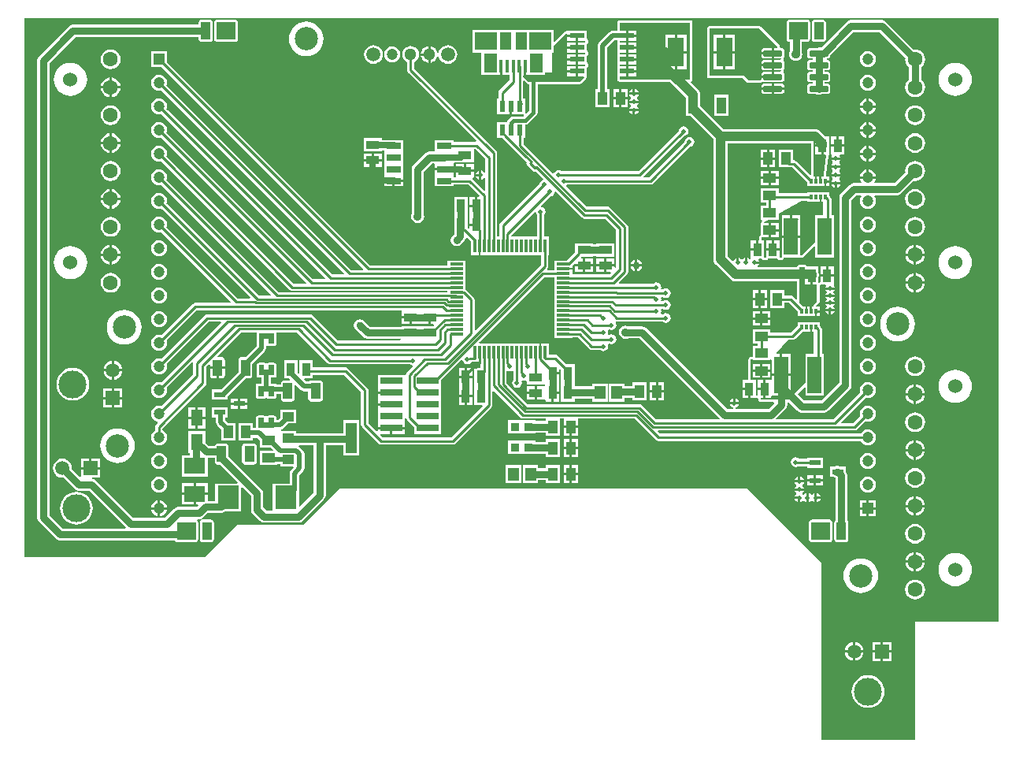
<source format=gtl>
G04*
G04 #@! TF.GenerationSoftware,Altium Limited,Altium Designer,19.1.5 (86)*
G04*
G04 Layer_Physical_Order=1*
G04 Layer_Color=255*
%FSLAX25Y25*%
%MOIN*%
G70*
G01*
G75*
%ADD11C,0.01000*%
%ADD16R,0.07008X0.12402*%
%ADD17R,0.04724X0.02362*%
%ADD18R,0.09449X0.02992*%
%ADD19R,0.05630X0.03701*%
%ADD20R,0.09055X0.09843*%
%ADD21R,0.08858X0.06890*%
%ADD22R,0.05118X0.07087*%
G04:AMPARAMS|DCode=23|XSize=37.01mil|YSize=69.69mil|CornerRadius=2.59mil|HoleSize=0mil|Usage=FLASHONLY|Rotation=0.000|XOffset=0mil|YOffset=0mil|HoleType=Round|Shape=RoundedRectangle|*
%AMROUNDEDRECTD23*
21,1,0.03701,0.06450,0,0,0.0*
21,1,0.03183,0.06969,0,0,0.0*
1,1,0.00518,0.01591,-0.03225*
1,1,0.00518,-0.01591,-0.03225*
1,1,0.00518,-0.01591,0.03225*
1,1,0.00518,0.01591,0.03225*
%
%ADD23ROUNDEDRECTD23*%
G04:AMPARAMS|DCode=24|XSize=42.91mil|YSize=69.69mil|CornerRadius=3mil|HoleSize=0mil|Usage=FLASHONLY|Rotation=0.000|XOffset=0mil|YOffset=0mil|HoleType=Round|Shape=RoundedRectangle|*
%AMROUNDEDRECTD24*
21,1,0.04291,0.06368,0,0,0.0*
21,1,0.03691,0.06969,0,0,0.0*
1,1,0.00601,0.01845,-0.03184*
1,1,0.00601,-0.01845,-0.03184*
1,1,0.00601,-0.01845,0.03184*
1,1,0.00601,0.01845,0.03184*
%
%ADD24ROUNDEDRECTD24*%
G04:AMPARAMS|DCode=25|XSize=79.92mil|YSize=74.8mil|CornerRadius=3.74mil|HoleSize=0mil|Usage=FLASHONLY|Rotation=0.000|XOffset=0mil|YOffset=0mil|HoleType=Round|Shape=RoundedRectangle|*
%AMROUNDEDRECTD25*
21,1,0.07992,0.06732,0,0,0.0*
21,1,0.07244,0.07480,0,0,0.0*
1,1,0.00748,0.03622,-0.03366*
1,1,0.00748,-0.03622,-0.03366*
1,1,0.00748,-0.03622,0.03366*
1,1,0.00748,0.03622,0.03366*
%
%ADD25ROUNDEDRECTD25*%
G04:AMPARAMS|DCode=26|XSize=38.19mil|YSize=74.8mil|CornerRadius=1.91mil|HoleSize=0mil|Usage=FLASHONLY|Rotation=0.000|XOffset=0mil|YOffset=0mil|HoleType=Round|Shape=RoundedRectangle|*
%AMROUNDEDRECTD26*
21,1,0.03819,0.07098,0,0,0.0*
21,1,0.03437,0.07480,0,0,0.0*
1,1,0.00382,0.01719,-0.03549*
1,1,0.00382,-0.01719,-0.03549*
1,1,0.00382,-0.01719,0.03549*
1,1,0.00382,0.01719,0.03549*
%
%ADD26ROUNDEDRECTD26*%
%ADD27R,0.04921X0.02362*%
%ADD28R,0.06496X0.02362*%
%ADD29R,0.03937X0.05512*%
%ADD30R,0.05512X0.03937*%
%ADD31R,0.04724X0.03937*%
%ADD32R,0.04724X0.12992*%
%ADD33R,0.03701X0.05630*%
%ADD34R,0.04528X0.05709*%
%ADD35R,0.03740X0.03740*%
%ADD36R,0.03819X0.05787*%
%ADD37R,0.05906X0.15748*%
%ADD38R,0.02362X0.04724*%
%ADD39R,0.03937X0.06890*%
G04:AMPARAMS|DCode=40|XSize=77.56mil|YSize=23.62mil|CornerRadius=2.95mil|HoleSize=0mil|Usage=FLASHONLY|Rotation=0.000|XOffset=0mil|YOffset=0mil|HoleType=Round|Shape=RoundedRectangle|*
%AMROUNDEDRECTD40*
21,1,0.07756,0.01772,0,0,0.0*
21,1,0.07165,0.02362,0,0,0.0*
1,1,0.00591,0.03583,-0.00886*
1,1,0.00591,-0.03583,-0.00886*
1,1,0.00591,-0.03583,0.00886*
1,1,0.00591,0.03583,0.00886*
%
%ADD40ROUNDEDRECTD40*%
%ADD41R,0.06102X0.02362*%
%ADD42R,0.09350X0.07480*%
%ADD43R,0.04626X0.07480*%
%ADD44R,0.05807X0.08268*%
%ADD45R,0.01772X0.05433*%
%ADD46R,0.01181X0.01870*%
%ADD47R,0.05807X0.01181*%
%ADD48R,0.01181X0.05807*%
%ADD49R,0.06004X0.02559*%
%ADD98C,0.04000*%
%ADD99C,0.03000*%
%ADD100C,0.00900*%
%ADD101C,0.02500*%
%ADD102C,0.02000*%
%ADD103C,0.01500*%
%ADD104C,0.09843*%
%ADD105C,0.05906*%
%ADD106C,0.04724*%
%ADD107C,0.05118*%
%ADD108C,0.06319*%
%ADD109C,0.06004*%
%ADD110C,0.11811*%
%ADD111C,0.05984*%
%ADD112R,0.05984X0.05984*%
%ADD113R,0.05984X0.05984*%
%ADD114R,0.04724X0.04724*%
%ADD115C,0.03000*%
%ADD116C,0.03500*%
%ADD117C,0.02000*%
G36*
X676000Y250000D02*
X640500D01*
Y200000D01*
X601000D01*
Y275000D01*
X569500Y306500D01*
X397000D01*
X381500Y291000D01*
X353500D01*
X340000Y277500D01*
X263500D01*
Y505500D01*
X676000D01*
Y250000D01*
D02*
G37*
%LPC*%
G36*
X601487Y504764D02*
X598050D01*
X597585Y504671D01*
X597191Y504408D01*
X596928Y504014D01*
X596836Y503549D01*
Y500754D01*
X596821Y500718D01*
X596726Y500000D01*
X596821Y499282D01*
X596836Y499246D01*
Y496451D01*
X596928Y495986D01*
X597191Y495592D01*
X597585Y495329D01*
X598050Y495236D01*
X601487D01*
X601952Y495329D01*
X602346Y495592D01*
X602609Y495986D01*
X602701Y496451D01*
Y503549D01*
X602609Y504014D01*
X602346Y504408D01*
X601952Y504671D01*
X601487Y504764D01*
D02*
G37*
G36*
X341950D02*
X338513D01*
X338048Y504671D01*
X337654Y504408D01*
X337391Y504014D01*
X337299Y503549D01*
Y502549D01*
X284000D01*
X283025Y502355D01*
X282198Y501802D01*
X269698Y489302D01*
X269145Y488476D01*
X268951Y487500D01*
Y294000D01*
X269145Y293024D01*
X269698Y292198D01*
X276780Y285116D01*
X277607Y284563D01*
X278582Y284369D01*
X327337D01*
X327487Y284143D01*
X327942Y283840D01*
X328478Y283733D01*
X335722D01*
X336258Y283840D01*
X336713Y284143D01*
X337016Y284598D01*
X337123Y285134D01*
Y291866D01*
X337016Y292402D01*
X336713Y292857D01*
X336572Y292951D01*
X336723Y293451D01*
X337500D01*
X338210Y293592D01*
X338551Y293299D01*
X338560Y293263D01*
X338248Y292946D01*
X338191Y292908D01*
X337928Y292514D01*
X337836Y292049D01*
Y284951D01*
X337928Y284486D01*
X338191Y284092D01*
X338585Y283829D01*
X339050Y283736D01*
X342487D01*
X342952Y283829D01*
X343346Y284092D01*
X343609Y284486D01*
X343701Y284951D01*
Y287950D01*
X343774Y288500D01*
X343701Y289050D01*
Y292049D01*
X343609Y292514D01*
X343346Y292908D01*
X342952Y293171D01*
X342487Y293264D01*
X339063D01*
X339050Y293264D01*
X338815Y293271D01*
X338670Y293775D01*
X339302Y294198D01*
X341135Y296030D01*
X346768D01*
X347743Y296224D01*
X348397Y296661D01*
X355323D01*
Y306722D01*
X355785Y306914D01*
X359451Y303247D01*
Y297500D01*
X359645Y296525D01*
X360198Y295698D01*
X363198Y292698D01*
X364024Y292145D01*
X365000Y291951D01*
X379500D01*
X380475Y292145D01*
X381302Y292698D01*
X390308Y301704D01*
X390861Y302531D01*
X391055Y303506D01*
Y324665D01*
X398530D01*
Y320300D01*
X405254D01*
Y335292D01*
X398530D01*
Y329763D01*
X378482D01*
Y330764D01*
X372250D01*
X372209Y330764D01*
X372143Y330773D01*
X372084Y331264D01*
X372101Y331279D01*
X372475Y331353D01*
X373137Y331795D01*
X375224Y333882D01*
X378482D01*
Y339819D01*
X371758D01*
Y336184D01*
X370850Y335276D01*
X370105D01*
Y336206D01*
X370028Y336596D01*
X369807Y336927D01*
X369476Y337148D01*
X369086Y337225D01*
X366822D01*
X366432Y337148D01*
X366101Y336927D01*
X365574D01*
X365244Y337148D01*
X364853Y337225D01*
X362590D01*
X362199Y337148D01*
X361869Y336927D01*
X361648Y336596D01*
X361570Y336206D01*
Y331914D01*
X360209D01*
Y334182D01*
X354272D01*
Y326670D01*
X360209D01*
Y327836D01*
X362069D01*
X363080Y326825D01*
Y323772D01*
X367708D01*
X368789Y322690D01*
X368598Y322228D01*
X363080D01*
Y316291D01*
X370591D01*
Y316670D01*
X371758D01*
Y315772D01*
X377257D01*
X377449Y315310D01*
X376290Y314152D01*
X375848Y313490D01*
X375693Y312710D01*
Y308503D01*
X368677D01*
Y297049D01*
X366056D01*
X364549Y298556D01*
Y304303D01*
X364355Y305279D01*
X363802Y306106D01*
X349812Y320096D01*
Y324225D01*
X349714Y324716D01*
X349436Y325133D01*
X349020Y325411D01*
X348528Y325509D01*
X345346D01*
X344854Y325411D01*
X344438Y325133D01*
X344160Y324716D01*
X344121Y324522D01*
X341642D01*
X340346Y325819D01*
X340059Y326011D01*
Y330603D01*
X332941D01*
Y321517D01*
X333541D01*
Y320350D01*
X330250D01*
Y311461D01*
X341108D01*
Y319425D01*
X344062D01*
Y317775D01*
X344160Y317284D01*
X344438Y316867D01*
X344854Y316589D01*
X345346Y316491D01*
X346207D01*
X353733Y308965D01*
X353542Y308503D01*
X344268D01*
Y301128D01*
X341108D01*
Y303594D01*
X336179D01*
Y299650D01*
X336892D01*
X337083Y299188D01*
X336444Y298549D01*
X328500D01*
X327524Y298355D01*
X326698Y297802D01*
X322944Y294049D01*
X309556D01*
X293802Y309802D01*
X292975Y310355D01*
X292167Y310516D01*
X292216Y311016D01*
X295398D01*
Y314508D01*
X287413D01*
Y311501D01*
X286913Y311294D01*
X283572Y314635D01*
X283621Y315008D01*
X283484Y316050D01*
X283082Y317021D01*
X282442Y317855D01*
X281608Y318495D01*
X280637Y318897D01*
X279594Y319035D01*
X278552Y318897D01*
X277581Y318495D01*
X276747Y317855D01*
X276107Y317021D01*
X275705Y316050D01*
X275568Y315008D01*
X275705Y313966D01*
X276107Y312995D01*
X276747Y312161D01*
X277581Y311521D01*
X278552Y311119D01*
X279594Y310981D01*
X279967Y311030D01*
X284800Y306198D01*
X285627Y305645D01*
X286602Y305451D01*
X290944D01*
X306428Y289967D01*
X306221Y289467D01*
X279638D01*
X274049Y295056D01*
Y486444D01*
X285056Y497451D01*
X337299D01*
Y496451D01*
X337391Y495986D01*
X337654Y495592D01*
X338048Y495329D01*
X338513Y495236D01*
X341950D01*
X342415Y495329D01*
X342809Y495592D01*
X343072Y495986D01*
X343164Y496451D01*
Y503549D01*
X343072Y504014D01*
X342809Y504408D01*
X342415Y504671D01*
X341950Y504764D01*
D02*
G37*
G36*
X352522Y504767D02*
X345278D01*
X344742Y504660D01*
X344287Y504357D01*
X343984Y503902D01*
X343877Y503366D01*
Y496634D01*
X343984Y496098D01*
X344287Y495643D01*
X344742Y495340D01*
X345278Y495233D01*
X352522D01*
X353058Y495340D01*
X353513Y495643D01*
X353816Y496098D01*
X353923Y496634D01*
Y503366D01*
X353816Y503902D01*
X353513Y504357D01*
X353058Y504660D01*
X352522Y504767D01*
D02*
G37*
G36*
X442748Y493987D02*
X441716Y493851D01*
X440755Y493453D01*
X439929Y492819D01*
X439295Y491993D01*
X438897Y491032D01*
X438865Y490786D01*
X438360D01*
X438342Y490929D01*
X437983Y491795D01*
X437412Y492538D01*
X436669Y493109D01*
X435803Y493467D01*
X435374Y493524D01*
Y490000D01*
Y486476D01*
X435803Y486533D01*
X436669Y486891D01*
X437412Y487462D01*
X437983Y488205D01*
X438342Y489071D01*
X438360Y489214D01*
X438865D01*
X438897Y488968D01*
X439295Y488007D01*
X439929Y487181D01*
X440755Y486547D01*
X441716Y486149D01*
X442748Y486013D01*
X443780Y486149D01*
X444741Y486547D01*
X445567Y487181D01*
X446201Y488007D01*
X446599Y488968D01*
X446735Y490000D01*
X446599Y491032D01*
X446201Y491993D01*
X445567Y492819D01*
X444741Y493453D01*
X443780Y493851D01*
X442748Y493987D01*
D02*
G37*
G36*
X434374Y493524D02*
X433945Y493467D01*
X433079Y493109D01*
X432336Y492538D01*
X431765Y491795D01*
X431407Y490929D01*
X431350Y490500D01*
X434374D01*
Y493524D01*
D02*
G37*
G36*
X382800Y503934D02*
X381369Y503794D01*
X379993Y503376D01*
X378725Y502698D01*
X377614Y501786D01*
X376702Y500675D01*
X376024Y499407D01*
X375606Y498031D01*
X375465Y496600D01*
X375606Y495169D01*
X376024Y493793D01*
X376702Y492525D01*
X377614Y491414D01*
X378725Y490502D01*
X379993Y489824D01*
X381369Y489406D01*
X382800Y489265D01*
X384231Y489406D01*
X385607Y489824D01*
X386875Y490502D01*
X387986Y491414D01*
X388898Y492525D01*
X389576Y493793D01*
X389994Y495169D01*
X390135Y496600D01*
X389994Y498031D01*
X389576Y499407D01*
X388898Y500675D01*
X387986Y501786D01*
X386875Y502698D01*
X385607Y503376D01*
X384231Y503794D01*
X382800Y503934D01*
D02*
G37*
G36*
X594722Y504767D02*
X587478D01*
X586942Y504660D01*
X586487Y504357D01*
X586184Y503902D01*
X586077Y503366D01*
Y496634D01*
X586184Y496098D01*
X586487Y495643D01*
X586942Y495340D01*
X587478Y495233D01*
X587547D01*
Y491263D01*
X587321Y490718D01*
X587226Y490000D01*
X587321Y489282D01*
X587598Y488613D01*
X588039Y488039D01*
X588613Y487598D01*
X589282Y487321D01*
X590000Y487226D01*
X590718Y487321D01*
X591387Y487598D01*
X591961Y488039D01*
X592402Y488613D01*
X592679Y489282D01*
X592774Y490000D01*
X592679Y490718D01*
X592645Y490801D01*
Y495233D01*
X594722D01*
X595258Y495340D01*
X595713Y495643D01*
X596016Y496098D01*
X596123Y496634D01*
Y503366D01*
X596016Y503902D01*
X595713Y504357D01*
X595258Y504660D01*
X594722Y504767D01*
D02*
G37*
G36*
X419126Y493391D02*
X418248Y493276D01*
X417430Y492937D01*
X416728Y492398D01*
X416189Y491696D01*
X415850Y490878D01*
X415735Y490000D01*
X415850Y489122D01*
X416189Y488304D01*
X416728Y487602D01*
X417430Y487063D01*
X418248Y486724D01*
X419126Y486609D01*
X420004Y486724D01*
X420822Y487063D01*
X421524Y487602D01*
X422063Y488304D01*
X422402Y489122D01*
X422517Y490000D01*
X422402Y490878D01*
X422063Y491696D01*
X421524Y492398D01*
X420822Y492937D01*
X420004Y493276D01*
X419126Y493391D01*
D02*
G37*
G36*
X434374Y489500D02*
X431350D01*
X431407Y489071D01*
X431765Y488205D01*
X432336Y487462D01*
X433079Y486891D01*
X433945Y486533D01*
X434374Y486476D01*
Y489500D01*
D02*
G37*
G36*
X411252Y493987D02*
X410220Y493851D01*
X409259Y493453D01*
X408433Y492819D01*
X407799Y491993D01*
X407401Y491032D01*
X407265Y490000D01*
X407401Y488968D01*
X407799Y488007D01*
X408433Y487181D01*
X409259Y486547D01*
X410220Y486149D01*
X411252Y486013D01*
X412284Y486149D01*
X413245Y486547D01*
X414071Y487181D01*
X414705Y488007D01*
X415103Y488968D01*
X415239Y490000D01*
X415103Y491032D01*
X414705Y491993D01*
X414071Y492819D01*
X413245Y493453D01*
X412284Y493851D01*
X411252Y493987D01*
D02*
G37*
G36*
X620428Y491391D02*
X619551Y491276D01*
X618733Y490937D01*
X618031Y490398D01*
X617491Y489696D01*
X617153Y488878D01*
X617037Y488000D01*
X617153Y487122D01*
X617491Y486304D01*
X618031Y485602D01*
X618733Y485063D01*
X619551Y484724D01*
X620428Y484609D01*
X621306Y484724D01*
X622124Y485063D01*
X622826Y485602D01*
X623365Y486304D01*
X623704Y487122D01*
X623820Y488000D01*
X623704Y488878D01*
X623365Y489696D01*
X622826Y490398D01*
X622124Y490937D01*
X621306Y491276D01*
X620428Y491391D01*
D02*
G37*
G36*
X300000Y492128D02*
X298914Y491986D01*
X297902Y491566D01*
X297034Y490900D01*
X296367Y490031D01*
X295948Y489019D01*
X295805Y487933D01*
X295948Y486847D01*
X296367Y485835D01*
X297034Y484967D01*
X297902Y484300D01*
X298914Y483881D01*
X300000Y483738D01*
X301086Y483881D01*
X302098Y484300D01*
X302967Y484967D01*
X303633Y485835D01*
X304052Y486847D01*
X304195Y487933D01*
X304052Y489019D01*
X303633Y490031D01*
X302967Y490900D01*
X302098Y491566D01*
X301086Y491986D01*
X300000Y492128D01*
D02*
G37*
G36*
X574400Y502120D02*
X553500Y502120D01*
X553110Y502042D01*
X552779Y501821D01*
X552558Y501490D01*
X552480Y501100D01*
X552480Y480900D01*
X552558Y480510D01*
X552779Y480179D01*
X553110Y479958D01*
X553500Y479880D01*
X567678Y479880D01*
X569279Y478279D01*
X569610Y478058D01*
X570000Y477980D01*
X574970D01*
X575023Y477991D01*
X575077Y477986D01*
X575217Y478029D01*
X575360Y478058D01*
X575405Y478088D01*
X575456Y478104D01*
X575569Y478198D01*
X575691Y478279D01*
X575721Y478324D01*
X575763Y478358D01*
X575924Y478557D01*
X576168Y478394D01*
X576673Y478294D01*
X583839D01*
X584344Y478394D01*
X584772Y478680D01*
X585059Y479109D01*
X585159Y479614D01*
Y481386D01*
X585059Y481891D01*
X584772Y482320D01*
X584798Y482804D01*
X584799Y482809D01*
X584838Y483003D01*
X584877Y483197D01*
X584876Y483198D01*
X584877Y483199D01*
Y483278D01*
X584867Y483328D01*
X584872Y483378D01*
X584828Y483522D01*
X584799Y483669D01*
X584782Y483694D01*
X585059Y484109D01*
X585159Y484614D01*
Y486386D01*
X585059Y486891D01*
X584772Y487320D01*
X584798Y487804D01*
X584799Y487809D01*
X584838Y488003D01*
X584877Y488197D01*
X584876Y488198D01*
X584877Y488199D01*
Y488278D01*
X584867Y488328D01*
X584872Y488378D01*
X584828Y488522D01*
X584799Y488668D01*
X584782Y488694D01*
X585059Y489109D01*
X585159Y489614D01*
Y491386D01*
X585059Y491891D01*
X584772Y492320D01*
X584344Y492606D01*
X583839Y492706D01*
X583769D01*
X583351Y493168D01*
X583274Y493559D01*
X583052Y493889D01*
X575121Y501821D01*
X574790Y502042D01*
X574400Y502120D01*
D02*
G37*
G36*
X300500Y480252D02*
Y476622D01*
X304130D01*
X304052Y477208D01*
X303633Y478220D01*
X302967Y479089D01*
X302098Y479755D01*
X301086Y480174D01*
X300500Y480252D01*
D02*
G37*
G36*
X299500Y480252D02*
X298914Y480174D01*
X297902Y479755D01*
X297034Y479089D01*
X296367Y478220D01*
X295948Y477208D01*
X295870Y476622D01*
X299500D01*
Y480252D01*
D02*
G37*
G36*
X583839Y477706D02*
X580756D01*
Y476000D01*
X585159D01*
Y476386D01*
X585059Y476891D01*
X584772Y477320D01*
X584344Y477606D01*
X583839Y477706D01*
D02*
G37*
G36*
X579756D02*
X576673D01*
X576168Y477606D01*
X575739Y477320D01*
X575453Y476891D01*
X575353Y476386D01*
Y476000D01*
X579756D01*
Y477706D01*
D02*
G37*
G36*
X620428Y481391D02*
X619551Y481276D01*
X618733Y480937D01*
X618031Y480398D01*
X617491Y479696D01*
X617153Y478878D01*
X617037Y478000D01*
X617153Y477122D01*
X617491Y476304D01*
X618031Y475602D01*
X618733Y475063D01*
X619551Y474724D01*
X620428Y474609D01*
X621306Y474724D01*
X622124Y475063D01*
X622826Y475602D01*
X623365Y476304D01*
X623704Y477122D01*
X623820Y478000D01*
X623704Y478878D01*
X623365Y479696D01*
X622826Y480398D01*
X622124Y480937D01*
X621306Y481276D01*
X620428Y481391D01*
D02*
G37*
G36*
X522000Y475440D02*
Y474000D01*
X523440D01*
X523384Y474280D01*
X522942Y474942D01*
X522280Y475384D01*
X522000Y475440D01*
D02*
G37*
G36*
X521000D02*
X520720Y475384D01*
X520058Y474942D01*
X519616Y474280D01*
X519560Y474000D01*
X521000D01*
Y475440D01*
D02*
G37*
G36*
X585159Y475000D02*
X580756D01*
Y473293D01*
X583839D01*
X584344Y473394D01*
X584772Y473680D01*
X585059Y474109D01*
X585159Y474614D01*
Y475000D01*
D02*
G37*
G36*
X579756D02*
X575353D01*
Y474614D01*
X575453Y474109D01*
X575739Y473680D01*
X576168Y473394D01*
X576673Y473293D01*
X579756D01*
Y475000D01*
D02*
G37*
G36*
X282992Y486506D02*
X281619Y486371D01*
X280299Y485971D01*
X279082Y485320D01*
X278016Y484445D01*
X277140Y483379D01*
X276490Y482162D01*
X276090Y480841D01*
X275954Y479468D01*
X276090Y478095D01*
X276490Y476775D01*
X277140Y475559D01*
X278016Y474492D01*
X279082Y473617D01*
X280299Y472966D01*
X281619Y472566D01*
X282992Y472431D01*
X284365Y472566D01*
X285685Y472966D01*
X286902Y473617D01*
X287969Y474492D01*
X288844Y475559D01*
X289494Y476775D01*
X289895Y478095D01*
X290030Y479468D01*
X289895Y480841D01*
X289494Y482162D01*
X288844Y483379D01*
X287969Y484445D01*
X286902Y485320D01*
X285685Y485971D01*
X284365Y486371D01*
X282992Y486506D01*
D02*
G37*
G36*
X657508Y486505D02*
X656135Y486370D01*
X654815Y485969D01*
X653598Y485319D01*
X652531Y484444D01*
X651656Y483377D01*
X651006Y482161D01*
X650605Y480840D01*
X650470Y479467D01*
X650605Y478094D01*
X651006Y476774D01*
X651656Y475557D01*
X652531Y474491D01*
X653598Y473616D01*
X654815Y472965D01*
X656135Y472565D01*
X657508Y472430D01*
X658881Y472565D01*
X660201Y472965D01*
X661418Y473616D01*
X662484Y474491D01*
X663360Y475557D01*
X664010Y476774D01*
X664410Y478094D01*
X664546Y479467D01*
X664410Y480840D01*
X664010Y482161D01*
X663360Y483377D01*
X662484Y484444D01*
X661418Y485319D01*
X660201Y485969D01*
X658881Y486370D01*
X657508Y486505D01*
D02*
G37*
G36*
X518709Y475256D02*
X516240D01*
Y472000D01*
X518709D01*
Y475256D01*
D02*
G37*
G36*
X515240D02*
X512772D01*
Y472000D01*
X515240D01*
Y475256D01*
D02*
G37*
G36*
X299500Y475622D02*
X295870D01*
X295948Y475036D01*
X296367Y474024D01*
X297034Y473155D01*
X297902Y472489D01*
X298914Y472070D01*
X299500Y471992D01*
Y475622D01*
D02*
G37*
G36*
X304130D02*
X300500D01*
Y471992D01*
X301086Y472070D01*
X302098Y472489D01*
X302967Y473155D01*
X303633Y474024D01*
X304052Y475036D01*
X304130Y475622D01*
D02*
G37*
G36*
X626432Y504549D02*
X613303D01*
X612328Y504355D01*
X611501Y503802D01*
X600747Y493049D01*
X599744D01*
X598769Y492855D01*
X598546Y492706D01*
X596161D01*
X595656Y492606D01*
X595228Y492320D01*
X594941Y491891D01*
X594841Y491386D01*
Y489614D01*
X594941Y489109D01*
X595228Y488680D01*
X595656Y488394D01*
X596161Y488294D01*
X597195D01*
Y487707D01*
X596161D01*
X595656Y487606D01*
X595228Y487320D01*
X594941Y486891D01*
X594841Y486386D01*
Y484614D01*
X594941Y484109D01*
X595228Y483680D01*
X595656Y483394D01*
X596161Y483293D01*
X597195D01*
Y482706D01*
X596161D01*
X595656Y482606D01*
X595228Y482320D01*
X594941Y481891D01*
X594841Y481386D01*
Y479614D01*
X594941Y479109D01*
X595228Y478680D01*
X595656Y478394D01*
X596161Y478294D01*
X597195D01*
Y477706D01*
X596161D01*
X595656Y477606D01*
X595228Y477320D01*
X594941Y476891D01*
X594841Y476386D01*
Y474614D01*
X594941Y474109D01*
X595228Y473680D01*
X595656Y473394D01*
X596161Y473293D01*
X598546D01*
X598769Y473145D01*
X599744Y472951D01*
X600719Y473145D01*
X600942Y473293D01*
X603327D01*
X603832Y473394D01*
X604261Y473680D01*
X604547Y474109D01*
X604647Y474614D01*
Y476386D01*
X604547Y476891D01*
X604261Y477320D01*
X603832Y477606D01*
X603327Y477706D01*
X602293D01*
Y478294D01*
X603327D01*
X603832Y478394D01*
X604261Y478680D01*
X604547Y479109D01*
X604647Y479614D01*
Y481386D01*
X604547Y481891D01*
X604261Y482320D01*
X603832Y482606D01*
X603327Y482706D01*
X602293D01*
Y483293D01*
X603327D01*
X603832Y483394D01*
X604261Y483680D01*
X604547Y484109D01*
X604647Y484614D01*
Y486386D01*
X604547Y486891D01*
X604261Y487320D01*
X603832Y487606D01*
X603459Y487680D01*
X603281Y488015D01*
X603252Y488206D01*
X603327Y488294D01*
X603832Y488394D01*
X604261Y488680D01*
X604547Y489109D01*
X604647Y489614D01*
Y489740D01*
X614359Y499451D01*
X625376D01*
X636373Y488454D01*
X636305Y487932D01*
X636448Y486846D01*
X636867Y485834D01*
X637533Y484965D01*
X637951Y484645D01*
Y479408D01*
X637533Y479087D01*
X636867Y478219D01*
X636448Y477207D01*
X636305Y476121D01*
X636448Y475035D01*
X636867Y474023D01*
X637533Y473154D01*
X638402Y472488D01*
X639414Y472069D01*
X640500Y471926D01*
X641586Y472069D01*
X642598Y472488D01*
X643467Y473154D01*
X644133Y474023D01*
X644552Y475035D01*
X644695Y476121D01*
X644552Y477207D01*
X644133Y478219D01*
X643467Y479087D01*
X643049Y479408D01*
Y484645D01*
X643467Y484965D01*
X644133Y485834D01*
X644552Y486846D01*
X644695Y487932D01*
X644552Y489018D01*
X644133Y490030D01*
X643467Y490899D01*
X642598Y491565D01*
X641586Y491984D01*
X640500Y492127D01*
X639978Y492059D01*
X628234Y503802D01*
X627407Y504355D01*
X626432Y504549D01*
D02*
G37*
G36*
X523440Y473000D02*
X519560D01*
X519616Y472720D01*
X520058Y472058D01*
X520145Y472000D01*
Y471500D01*
X520058Y471442D01*
X519616Y470780D01*
X519560Y470500D01*
X523440D01*
X523384Y470780D01*
X522942Y471442D01*
X522855Y471500D01*
Y472000D01*
X522942Y472058D01*
X523384Y472720D01*
X523440Y473000D01*
D02*
G37*
G36*
X620928Y471325D02*
Y468500D01*
X623754D01*
X623704Y468878D01*
X623365Y469696D01*
X622826Y470398D01*
X622124Y470937D01*
X621306Y471276D01*
X620928Y471325D01*
D02*
G37*
G36*
X619928D02*
X619551Y471276D01*
X618733Y470937D01*
X618031Y470398D01*
X617491Y469696D01*
X617153Y468878D01*
X617103Y468500D01*
X619928D01*
Y471325D01*
D02*
G37*
G36*
X518709Y471000D02*
X516240D01*
Y467744D01*
X518709D01*
Y471000D01*
D02*
G37*
G36*
X515240D02*
X512772D01*
Y467744D01*
X515240D01*
Y471000D01*
D02*
G37*
G36*
X523440Y469500D02*
X519560D01*
X519616Y469220D01*
X520058Y468558D01*
X520145Y468500D01*
Y468000D01*
X520058Y467942D01*
X519616Y467280D01*
X519560Y467000D01*
X523440D01*
X523384Y467280D01*
X522942Y467942D01*
X522855Y468000D01*
Y468500D01*
X522942Y468558D01*
X523384Y469220D01*
X523440Y469500D01*
D02*
G37*
G36*
X623754Y467500D02*
X620928D01*
Y464675D01*
X621306Y464724D01*
X622124Y465063D01*
X622826Y465602D01*
X623365Y466304D01*
X623704Y467122D01*
X623754Y467500D01*
D02*
G37*
G36*
X619928D02*
X617103D01*
X617153Y467122D01*
X617491Y466304D01*
X618031Y465602D01*
X618733Y465063D01*
X619551Y464724D01*
X619928Y464675D01*
Y467500D01*
D02*
G37*
G36*
X523440Y466000D02*
X522000D01*
Y464560D01*
X522280Y464616D01*
X522942Y465058D01*
X523384Y465720D01*
X523440Y466000D01*
D02*
G37*
G36*
X521000D02*
X519560D01*
X519616Y465720D01*
X520058Y465058D01*
X520720Y464616D01*
X521000Y464560D01*
Y466000D01*
D02*
G37*
G36*
X561374Y472945D02*
X555437D01*
Y464055D01*
X561374D01*
Y472945D01*
D02*
G37*
G36*
X300000Y468506D02*
X298914Y468363D01*
X297902Y467944D01*
X297034Y467278D01*
X296367Y466409D01*
X295948Y465397D01*
X295805Y464311D01*
X295948Y463225D01*
X296367Y462213D01*
X297034Y461344D01*
X297902Y460678D01*
X298914Y460259D01*
X300000Y460116D01*
X301086Y460259D01*
X302098Y460678D01*
X302967Y461344D01*
X303633Y462213D01*
X304052Y463225D01*
X304195Y464311D01*
X304052Y465397D01*
X303633Y466409D01*
X302967Y467278D01*
X302098Y467944D01*
X301086Y468363D01*
X300000Y468506D01*
D02*
G37*
G36*
X640500Y468505D02*
X639414Y468362D01*
X638402Y467943D01*
X637533Y467276D01*
X636867Y466407D01*
X636448Y465396D01*
X636305Y464310D01*
X636448Y463224D01*
X636867Y462212D01*
X637533Y461343D01*
X638402Y460677D01*
X639414Y460257D01*
X640500Y460114D01*
X641586Y460257D01*
X642598Y460677D01*
X643467Y461343D01*
X644133Y462212D01*
X644552Y463224D01*
X644695Y464310D01*
X644552Y465396D01*
X644133Y466407D01*
X643467Y467276D01*
X642598Y467943D01*
X641586Y468362D01*
X640500Y468505D01*
D02*
G37*
G36*
X620928Y461325D02*
Y458500D01*
X623754D01*
X623704Y458878D01*
X623365Y459696D01*
X622826Y460398D01*
X622124Y460937D01*
X621306Y461276D01*
X620928Y461325D01*
D02*
G37*
G36*
X619928D02*
X619551Y461276D01*
X618733Y460937D01*
X618031Y460398D01*
X617491Y459696D01*
X617153Y458878D01*
X617103Y458500D01*
X619928D01*
Y461325D01*
D02*
G37*
G36*
X623754Y457500D02*
X620928D01*
Y454675D01*
X621306Y454724D01*
X622124Y455063D01*
X622826Y455602D01*
X623365Y456304D01*
X623704Y457122D01*
X623754Y457500D01*
D02*
G37*
G36*
X619928D02*
X617103D01*
X617153Y457122D01*
X617491Y456304D01*
X618031Y455602D01*
X618733Y455063D01*
X619551Y454724D01*
X619928Y454675D01*
Y457500D01*
D02*
G37*
G36*
X300500Y456630D02*
Y453000D01*
X304130D01*
X304052Y453586D01*
X303633Y454598D01*
X302967Y455467D01*
X302098Y456133D01*
X301086Y456552D01*
X300500Y456630D01*
D02*
G37*
G36*
X299500D02*
X298914Y456552D01*
X297902Y456133D01*
X297033Y455467D01*
X296367Y454598D01*
X295948Y453586D01*
X295870Y453000D01*
X299500D01*
Y456630D01*
D02*
G37*
G36*
X610677Y455394D02*
X608268D01*
Y452000D01*
X610677D01*
Y455394D01*
D02*
G37*
G36*
X607268D02*
X604858D01*
Y452000D01*
X607268D01*
Y455394D01*
D02*
G37*
G36*
X620928Y451325D02*
Y448500D01*
X623754D01*
X623704Y448878D01*
X623365Y449696D01*
X622826Y450398D01*
X622124Y450937D01*
X621306Y451276D01*
X620928Y451325D01*
D02*
G37*
G36*
X619928D02*
X619551Y451276D01*
X618733Y450937D01*
X618031Y450398D01*
X617491Y449696D01*
X617153Y448878D01*
X617103Y448500D01*
X619928D01*
Y451325D01*
D02*
G37*
G36*
X304130Y452000D02*
X300500D01*
Y448371D01*
X301086Y448448D01*
X302098Y448867D01*
X302967Y449533D01*
X303633Y450402D01*
X304052Y451414D01*
X304130Y452000D01*
D02*
G37*
G36*
X299500D02*
X295870D01*
X295948Y451414D01*
X296367Y450402D01*
X297033Y449533D01*
X297902Y448867D01*
X298914Y448448D01*
X299500Y448371D01*
Y452000D01*
D02*
G37*
G36*
X640500Y456694D02*
X639414Y456551D01*
X638402Y456132D01*
X637533Y455465D01*
X636867Y454597D01*
X636448Y453585D01*
X636305Y452499D01*
X636448Y451413D01*
X636867Y450401D01*
X637533Y449532D01*
X638402Y448866D01*
X639414Y448447D01*
X640500Y448304D01*
X641586Y448447D01*
X642598Y448866D01*
X643467Y449532D01*
X644133Y450401D01*
X644552Y451413D01*
X644695Y452499D01*
X644552Y453585D01*
X644133Y454597D01*
X643467Y455465D01*
X642598Y456132D01*
X641586Y456551D01*
X640500Y456694D01*
D02*
G37*
G36*
X581228Y449756D02*
X578760D01*
Y446500D01*
X581228D01*
Y449756D01*
D02*
G37*
G36*
X610677Y451000D02*
X607768D01*
X604858D01*
Y447606D01*
X605067D01*
X605334Y447106D01*
X605116Y446780D01*
X605060Y446500D01*
X608940D01*
X608884Y446780D01*
X608666Y447106D01*
X608933Y447606D01*
X610677D01*
Y451000D01*
D02*
G37*
G36*
X577760Y449756D02*
X575291D01*
Y446500D01*
X577760D01*
Y449756D01*
D02*
G37*
G36*
X414815Y448122D02*
X411500D01*
Y445772D01*
X414815D01*
Y448122D01*
D02*
G37*
G36*
X410500D02*
X407185D01*
Y445772D01*
X410500D01*
Y448122D01*
D02*
G37*
G36*
X623754Y447500D02*
X620928D01*
Y444675D01*
X621306Y444724D01*
X622124Y445063D01*
X622826Y445602D01*
X623365Y446304D01*
X623704Y447122D01*
X623754Y447500D01*
D02*
G37*
G36*
X619928D02*
X617103D01*
X617153Y447122D01*
X617491Y446304D01*
X618031Y445602D01*
X618733Y445063D01*
X619551Y444724D01*
X619928Y444675D01*
Y447500D01*
D02*
G37*
G36*
X608940Y445500D02*
X605060D01*
X605116Y445220D01*
X605558Y444558D01*
X605645Y444500D01*
Y444000D01*
X605558Y443942D01*
X605116Y443280D01*
X605060Y443000D01*
X608940D01*
X608884Y443280D01*
X608442Y443942D01*
X608355Y444000D01*
Y444500D01*
X608442Y444558D01*
X608884Y445220D01*
X608940Y445500D01*
D02*
G37*
G36*
X414815Y444772D02*
X411500D01*
Y442421D01*
X414815D01*
Y444772D01*
D02*
G37*
G36*
X410500D02*
X407185D01*
Y442421D01*
X410500D01*
Y444772D01*
D02*
G37*
G36*
X581228Y445500D02*
X578760D01*
Y442244D01*
X581228D01*
Y445500D01*
D02*
G37*
G36*
X577760D02*
X575291D01*
Y442244D01*
X577760D01*
Y445500D01*
D02*
G37*
G36*
X453815Y443622D02*
X450500D01*
Y441272D01*
X453815D01*
Y443622D01*
D02*
G37*
G36*
X449500D02*
X446185D01*
Y441272D01*
X449500D01*
Y443622D01*
D02*
G37*
G36*
X608940Y442000D02*
X605060D01*
X605116Y441720D01*
X605558Y441058D01*
X605645Y441000D01*
Y440500D01*
X605558Y440442D01*
X605116Y439780D01*
X605060Y439500D01*
X608940D01*
X608884Y439780D01*
X608442Y440442D01*
X608355Y440500D01*
Y441000D01*
X608442Y441058D01*
X608884Y441720D01*
X608940Y442000D01*
D02*
G37*
G36*
X456000Y440940D02*
X455720Y440884D01*
X455058Y440442D01*
X454616Y439780D01*
X454560Y439500D01*
X456000D01*
Y440940D01*
D02*
G37*
G36*
X545300Y504520D02*
X515500D01*
X515110Y504442D01*
X514779Y504221D01*
X514558Y503890D01*
X514480Y503500D01*
Y500181D01*
X514364Y500039D01*
X512500D01*
X511720Y499884D01*
X511058Y499442D01*
X506818Y495202D01*
X506376Y494540D01*
X506221Y493760D01*
Y475256D01*
X505291D01*
Y467744D01*
X511228D01*
Y475256D01*
X510299D01*
Y492915D01*
X513345Y495961D01*
X514364D01*
X514480Y495819D01*
Y495181D01*
X514558Y494791D01*
X514579Y494760D01*
Y491240D01*
X514558Y491209D01*
X514480Y490819D01*
Y490181D01*
X514558Y489791D01*
X514579Y489760D01*
Y486240D01*
X514558Y486209D01*
X514480Y485819D01*
Y485181D01*
X514558Y484791D01*
X514579Y484760D01*
Y481240D01*
X514558Y481209D01*
X514480Y480819D01*
Y479500D01*
X514558Y479110D01*
X514779Y478779D01*
X515110Y478558D01*
X515500Y478480D01*
X536677D01*
X543537Y471621D01*
Y468532D01*
X543569Y468292D01*
Y467087D01*
X543626Y466651D01*
Y464055D01*
X545347D01*
X555155Y454247D01*
Y403319D01*
X555258Y402536D01*
X555561Y401806D01*
X556041Y401179D01*
X562360Y394860D01*
X562360Y394860D01*
X562987Y394379D01*
X563717Y394077D01*
X564500Y393974D01*
X590480D01*
Y386527D01*
X590019Y386335D01*
X588772Y387581D01*
X588276Y387913D01*
X587691Y388029D01*
X585209D01*
Y390256D01*
X579272D01*
Y382744D01*
X585209D01*
Y384971D01*
X587057D01*
X590957Y381071D01*
Y379364D01*
X598075D01*
Y381299D01*
X598453D01*
Y381799D01*
X600043D01*
Y383234D01*
X598883D01*
X598676Y383734D01*
X599721Y384779D01*
X599942Y385110D01*
X600020Y385500D01*
Y392247D01*
X600358Y392606D01*
X600520Y392606D01*
X602567D01*
X602834Y392106D01*
X602616Y391780D01*
X602560Y391500D01*
X606440D01*
X606384Y391780D01*
X606166Y392106D01*
X606177Y392606D01*
X606177Y392606D01*
X606177Y392606D01*
Y396000D01*
X603268D01*
X600358D01*
Y393585D01*
X599858Y393355D01*
X599642Y393541D01*
Y395685D01*
X599655Y395717D01*
X599758Y396500D01*
Y396909D01*
X599758Y396909D01*
X599655Y397693D01*
X599642Y397725D01*
Y400394D01*
X594763D01*
X594544Y400721D01*
X594213Y400942D01*
X593823Y401020D01*
X591500D01*
X591110Y400942D01*
X590779Y400721D01*
X590558Y400390D01*
X590486Y400026D01*
X574045D01*
X573894Y400526D01*
X573942Y400558D01*
X574384Y401220D01*
X574440Y401500D01*
X572500D01*
Y402500D01*
X574440D01*
X574384Y402780D01*
X574114Y403185D01*
X574381Y403685D01*
X575665D01*
X575680Y403610D01*
X575901Y403279D01*
X576232Y403058D01*
X576622Y402980D01*
X577378D01*
X577768Y403058D01*
X578099Y403279D01*
X578320Y403610D01*
X578335Y403685D01*
X582122D01*
X582137Y403610D01*
X582358Y403279D01*
X582689Y403058D01*
X583079Y402980D01*
X583599D01*
X583736Y403008D01*
X583876Y403019D01*
X584323Y403145D01*
X584378Y403172D01*
X584437Y403184D01*
X584553Y403262D01*
X584678Y403325D01*
X584718Y403371D01*
X584768Y403405D01*
X584846Y403521D01*
X584937Y403627D01*
X584955Y403685D01*
X584989Y403736D01*
X585016Y403873D01*
X585060Y404005D01*
X585543Y404126D01*
X591654D01*
X592025Y403973D01*
X592025Y403973D01*
X592415Y403895D01*
X592805Y403973D01*
X593136Y404194D01*
X597758Y408817D01*
X598220Y408625D01*
Y404126D01*
X606126D01*
Y421874D01*
X605029D01*
Y428653D01*
X604913Y429239D01*
X604581Y429735D01*
X604043Y430273D01*
Y431636D01*
X594957D01*
Y431230D01*
X582756D01*
Y433228D01*
X575244D01*
Y427291D01*
X577471D01*
Y426125D01*
X575244D01*
Y420188D01*
X575538D01*
X575676Y419960D01*
X575764Y419708D01*
X575766Y419688D01*
X575724Y419641D01*
X575681Y419516D01*
X575622Y419399D01*
X575618Y419330D01*
X575595Y419265D01*
X575602Y419145D01*
X575602Y419124D01*
X575594Y419002D01*
X575592Y419000D01*
X575244Y418645D01*
X575244Y418645D01*
X575244Y418645D01*
Y413676D01*
X575110Y413650D01*
X574779Y413429D01*
X574558Y413098D01*
X574480Y412708D01*
Y411315D01*
X574272D01*
Y407500D01*
X573772D01*
Y407000D01*
X570921D01*
Y403685D01*
X570921Y403685D01*
X570921D01*
X570494Y403482D01*
X570408Y403465D01*
X569780Y403884D01*
X569500Y403940D01*
Y402000D01*
X568500D01*
Y403940D01*
X568220Y403884D01*
X567558Y403442D01*
X567500Y403355D01*
X567000D01*
X566942Y403442D01*
X566280Y403884D01*
X566000Y403940D01*
Y402000D01*
X565000D01*
Y403940D01*
X564720Y403884D01*
X564058Y403442D01*
X563652Y402834D01*
X563446Y402729D01*
X563142Y402637D01*
X561207Y404572D01*
Y452474D01*
X596480D01*
Y439182D01*
X596019Y438991D01*
X590184Y444826D01*
X589688Y445157D01*
X589102Y445273D01*
X588709D01*
Y449756D01*
X582772D01*
Y442244D01*
X587061D01*
X587209Y442215D01*
X588469D01*
X594957Y435727D01*
Y434364D01*
X602075D01*
Y436299D01*
X602453D01*
Y436799D01*
X604043D01*
Y438234D01*
X603260D01*
X602927Y438607D01*
X603013Y439387D01*
X603013Y439395D01*
X603015Y439402D01*
X603763Y447138D01*
X603781Y447203D01*
X603815Y447242D01*
X604142Y447606D01*
X604142Y447606D01*
X604142Y447606D01*
Y450685D01*
X604155Y450717D01*
X604258Y451500D01*
Y452303D01*
X604155Y453086D01*
X604142Y453119D01*
Y455394D01*
X602421D01*
X600175Y457640D01*
X599548Y458120D01*
X598819Y458423D01*
X598035Y458526D01*
X559435D01*
X549620Y468340D01*
Y468500D01*
X549589Y468739D01*
Y472874D01*
X549486Y473657D01*
X549184Y474387D01*
X548703Y475014D01*
X548703Y475014D01*
X545672Y478045D01*
X545678Y478213D01*
X545795Y478628D01*
X546021Y478779D01*
X546242Y479110D01*
X546320Y479500D01*
Y503500D01*
X546242Y503890D01*
X546021Y504221D01*
X545690Y504442D01*
X545300Y504520D01*
D02*
G37*
G36*
X620928Y441325D02*
Y438500D01*
X623754D01*
X623704Y438878D01*
X623365Y439696D01*
X622826Y440398D01*
X622124Y440937D01*
X621306Y441276D01*
X620928Y441325D01*
D02*
G37*
G36*
X619928D02*
X619551Y441276D01*
X618733Y440937D01*
X618031Y440398D01*
X617491Y439696D01*
X617153Y438878D01*
X617103Y438500D01*
X619928D01*
Y441325D01*
D02*
G37*
G36*
X582756Y440709D02*
X579500D01*
Y438240D01*
X582756D01*
Y440709D01*
D02*
G37*
G36*
X578500D02*
X575244D01*
Y438240D01*
X578500D01*
Y440709D01*
D02*
G37*
G36*
X456000Y438500D02*
X454560D01*
X454616Y438220D01*
X455058Y437558D01*
X455720Y437116D01*
X456000Y437060D01*
Y438500D01*
D02*
G37*
G36*
X414815Y454579D02*
X407185D01*
Y448878D01*
X414815D01*
Y449235D01*
X415714D01*
X415821Y448779D01*
X415821Y448721D01*
Y444279D01*
X415821Y444220D01*
Y443780D01*
X415821Y443720D01*
Y439280D01*
X415821Y439221D01*
Y438779D01*
X415821Y438721D01*
Y437000D01*
X419823D01*
X423825D01*
Y438721D01*
X423825Y438779D01*
Y439221D01*
X423825Y439280D01*
Y443720D01*
X423825Y443780D01*
Y444220D01*
X423825Y444279D01*
Y448721D01*
X423825Y448779D01*
Y449221D01*
X423825Y449279D01*
Y453780D01*
X420015D01*
X419793Y453824D01*
X414815D01*
Y454579D01*
D02*
G37*
G36*
X300000Y444884D02*
X298914Y444741D01*
X297902Y444322D01*
X297034Y443655D01*
X296367Y442787D01*
X295948Y441775D01*
X295805Y440689D01*
X295948Y439603D01*
X296367Y438591D01*
X297034Y437722D01*
X297902Y437056D01*
X298914Y436637D01*
X300000Y436494D01*
X301086Y436637D01*
X302098Y437056D01*
X302967Y437722D01*
X303633Y438591D01*
X304052Y439603D01*
X304195Y440689D01*
X304052Y441775D01*
X303633Y442787D01*
X302967Y443655D01*
X302098Y444322D01*
X301086Y444741D01*
X300000Y444884D01*
D02*
G37*
G36*
X608940Y438500D02*
X605060D01*
X605116Y438220D01*
X605558Y437558D01*
X605645Y437500D01*
Y437000D01*
X605558Y436942D01*
X605116Y436280D01*
X605060Y436000D01*
X608940D01*
X608884Y436280D01*
X608442Y436942D01*
X608355Y437000D01*
Y437500D01*
X608442Y437558D01*
X608884Y438220D01*
X608940Y438500D01*
D02*
G37*
G36*
X582756Y437240D02*
X579500D01*
Y434772D01*
X582756D01*
Y437240D01*
D02*
G37*
G36*
X578500D02*
X575244D01*
Y434772D01*
X578500D01*
Y437240D01*
D02*
G37*
G36*
X604043Y435799D02*
X602953D01*
Y434364D01*
X604043D01*
Y435799D01*
D02*
G37*
G36*
X423825Y436000D02*
X420323D01*
Y434221D01*
X423825D01*
Y436000D01*
D02*
G37*
G36*
X419323D02*
X415821D01*
Y434221D01*
X419323D01*
Y436000D01*
D02*
G37*
G36*
X608940Y435000D02*
X607500D01*
Y433560D01*
X607780Y433616D01*
X608442Y434058D01*
X608884Y434720D01*
X608940Y435000D01*
D02*
G37*
G36*
X606500D02*
X605060D01*
X605116Y434720D01*
X605558Y434058D01*
X606220Y433616D01*
X606500Y433560D01*
Y435000D01*
D02*
G37*
G36*
X300500Y433007D02*
Y429378D01*
X304130D01*
X304052Y429964D01*
X303633Y430976D01*
X302967Y431845D01*
X302098Y432511D01*
X301086Y432930D01*
X300500Y433007D01*
D02*
G37*
G36*
X299500Y433007D02*
X298914Y432930D01*
X297902Y432511D01*
X297033Y431845D01*
X296367Y430976D01*
X295948Y429964D01*
X295870Y429378D01*
X299500D01*
Y433007D01*
D02*
G37*
G36*
X454228Y429815D02*
X451878D01*
Y426500D01*
X454228D01*
Y429815D01*
D02*
G37*
G36*
X304130Y428378D02*
X300500D01*
Y424748D01*
X301086Y424826D01*
X302098Y425245D01*
X302967Y425911D01*
X303633Y426780D01*
X304052Y427792D01*
X304130Y428378D01*
D02*
G37*
G36*
X299500D02*
X295870D01*
X295948Y427792D01*
X296367Y426780D01*
X297033Y425911D01*
X297902Y425245D01*
X298914Y424826D01*
X299500Y424748D01*
Y428378D01*
D02*
G37*
G36*
X640500Y433072D02*
X639414Y432929D01*
X638402Y432510D01*
X637533Y431843D01*
X636867Y430974D01*
X636448Y429963D01*
X636305Y428877D01*
X636448Y427791D01*
X636867Y426779D01*
X637533Y425910D01*
X638402Y425244D01*
X639414Y424824D01*
X640500Y424682D01*
X641586Y424824D01*
X642598Y425244D01*
X643467Y425910D01*
X644133Y426779D01*
X644552Y427791D01*
X644695Y428877D01*
X644552Y429963D01*
X644133Y430974D01*
X643467Y431843D01*
X642598Y432510D01*
X641586Y432929D01*
X640500Y433072D01*
D02*
G37*
G36*
X620428Y421391D02*
X619551Y421276D01*
X618733Y420937D01*
X618031Y420398D01*
X617491Y419696D01*
X617153Y418878D01*
X617037Y418000D01*
X617153Y417122D01*
X617491Y416304D01*
X618031Y415602D01*
X618733Y415063D01*
X619551Y414724D01*
X620428Y414609D01*
X621306Y414724D01*
X622124Y415063D01*
X622826Y415602D01*
X623365Y416304D01*
X623704Y417122D01*
X623820Y418000D01*
X623704Y418878D01*
X623365Y419696D01*
X622826Y420398D01*
X622124Y420937D01*
X621306Y421276D01*
X620428Y421391D01*
D02*
G37*
G36*
X487542Y500276D02*
X453258D01*
Y490795D01*
X456841D01*
Y481347D01*
X464648D01*
Y481347D01*
X464782D01*
Y485063D01*
X465782D01*
Y481347D01*
X468871D01*
Y479121D01*
X464678Y474929D01*
X464347Y474433D01*
X464230Y473847D01*
Y471283D01*
X463579D01*
Y464559D01*
X469000D01*
Y467921D01*
X470000D01*
Y464559D01*
X474687D01*
X474896Y464087D01*
X474657Y463784D01*
X470379D01*
X469696Y463649D01*
X469117Y463262D01*
X468238Y462383D01*
X467851Y461804D01*
X467779Y461441D01*
X463579D01*
Y454716D01*
X465778D01*
X466043Y454452D01*
X466116Y454342D01*
X473798Y446661D01*
X473798Y446661D01*
X476055Y444403D01*
X475976Y444004D01*
X476092Y443419D01*
X476423Y442922D01*
X478545Y440801D01*
X479041Y440470D01*
X479626Y440353D01*
X480026Y440433D01*
X483058Y437401D01*
X482912Y436922D01*
X482720Y436884D01*
X482058Y436442D01*
X481616Y435780D01*
X481492Y435154D01*
X464966Y418629D01*
X464634Y418132D01*
X464518Y417547D01*
Y412994D01*
X463640D01*
Y448390D01*
X463523Y448975D01*
X463192Y449471D01*
X428529Y484133D01*
Y486781D01*
X428795Y486891D01*
X429538Y487462D01*
X430109Y488205D01*
X430467Y489071D01*
X430590Y490000D01*
X430467Y490929D01*
X430109Y491795D01*
X429538Y492538D01*
X428795Y493109D01*
X427929Y493467D01*
X427000Y493590D01*
X426071Y493467D01*
X425205Y493109D01*
X424462Y492538D01*
X423891Y491795D01*
X423533Y490929D01*
X423410Y490000D01*
X423533Y489071D01*
X423891Y488205D01*
X424462Y487462D01*
X425205Y486891D01*
X425471Y486781D01*
Y483500D01*
X425587Y482915D01*
X425919Y482419D01*
X454808Y453529D01*
X454601Y453029D01*
X445179D01*
Y453780D01*
X437175D01*
Y449221D01*
X436746Y449049D01*
X435000D01*
X434024Y448855D01*
X433198Y448302D01*
X428198Y443302D01*
X427645Y442476D01*
X427451Y441500D01*
Y422532D01*
X427321Y422218D01*
X427226Y421500D01*
X427321Y420782D01*
X427598Y420113D01*
X428039Y419539D01*
X428613Y419098D01*
X429282Y418821D01*
X430000Y418726D01*
X430718Y418821D01*
X431387Y419098D01*
X431961Y419539D01*
X432402Y420113D01*
X432679Y420782D01*
X432774Y421500D01*
X432679Y422218D01*
X432549Y422532D01*
Y440444D01*
X436056Y443951D01*
X436746D01*
X437175Y443780D01*
X437175Y443451D01*
Y442000D01*
X441177D01*
X445179D01*
Y443706D01*
X445179Y443780D01*
X445357Y444206D01*
X448307D01*
X449172Y444378D01*
X453815D01*
Y449971D01*
X454366D01*
X458612Y445725D01*
Y440339D01*
X458112Y440187D01*
X457942Y440442D01*
X457280Y440884D01*
X457000Y440940D01*
Y439000D01*
Y437060D01*
X457280Y437116D01*
X457942Y437558D01*
X458112Y437813D01*
X458612Y437661D01*
Y432704D01*
X458150Y432513D01*
X453242Y437421D01*
X453449Y437921D01*
X453815D01*
Y440272D01*
X446185D01*
Y438029D01*
X445179D01*
Y438721D01*
X445179Y438779D01*
Y439221D01*
X445179Y439280D01*
Y441000D01*
X441177D01*
X437175D01*
Y439280D01*
X437175Y439221D01*
Y438779D01*
X437175Y438721D01*
Y434221D01*
X445179D01*
Y434971D01*
X451367D01*
X456060Y430277D01*
X455869Y429815D01*
X455228D01*
Y426000D01*
X454728D01*
Y425500D01*
X451878D01*
Y422185D01*
X451878D01*
Y421767D01*
X451878D01*
Y418452D01*
X454728D01*
Y417452D01*
X451878D01*
Y416732D01*
X451401Y416522D01*
X451122Y416746D01*
Y421767D01*
X451122D01*
Y422185D01*
X451122D01*
Y429815D01*
X445421D01*
Y422185D01*
X445421D01*
Y421767D01*
X445421D01*
Y416883D01*
X445372Y416637D01*
Y413977D01*
X444698Y413302D01*
X444145Y412475D01*
X443951Y411500D01*
X444145Y410525D01*
X444698Y409698D01*
X445525Y409145D01*
X446500Y408951D01*
X447475Y409145D01*
X448302Y409698D01*
X449724Y411119D01*
X450276Y411946D01*
X450367Y412403D01*
X450910Y412567D01*
X452646Y410831D01*
Y405187D01*
X455827D01*
Y409091D01*
X456582D01*
Y405187D01*
X482234D01*
Y401113D01*
X454577Y373456D01*
X454115Y373647D01*
Y386216D01*
X453999Y386802D01*
X453667Y387298D01*
X450521Y390444D01*
X450313Y390583D01*
Y395736D01*
Y399673D01*
Y402854D01*
X442506D01*
Y400825D01*
X409767D01*
X323791Y486801D01*
Y491362D01*
X317066D01*
Y484638D01*
X321628D01*
X406947Y399318D01*
X406756Y398856D01*
X401735D01*
X323635Y476956D01*
X323704Y477122D01*
X323820Y478000D01*
X323704Y478878D01*
X323365Y479696D01*
X322826Y480398D01*
X322124Y480937D01*
X321306Y481276D01*
X320428Y481391D01*
X319551Y481276D01*
X318733Y480937D01*
X318031Y480398D01*
X317492Y479696D01*
X317153Y478878D01*
X317037Y478000D01*
X317153Y477122D01*
X317492Y476304D01*
X318031Y475602D01*
X318733Y475063D01*
X319551Y474724D01*
X320428Y474609D01*
X321306Y474724D01*
X321472Y474793D01*
X398916Y397350D01*
X398725Y396888D01*
X393704D01*
X323635Y466956D01*
X323704Y467122D01*
X323820Y468000D01*
X323704Y468878D01*
X323365Y469696D01*
X322826Y470398D01*
X322124Y470937D01*
X321306Y471276D01*
X320428Y471391D01*
X319551Y471276D01*
X318733Y470937D01*
X318031Y470398D01*
X317492Y469696D01*
X317153Y468878D01*
X317037Y468000D01*
X317153Y467122D01*
X317492Y466304D01*
X318031Y465602D01*
X318733Y465063D01*
X319551Y464724D01*
X320428Y464609D01*
X321306Y464724D01*
X321472Y464793D01*
X390884Y395381D01*
X390693Y394919D01*
X385672D01*
X323635Y456956D01*
X323704Y457122D01*
X323820Y458000D01*
X323704Y458878D01*
X323365Y459696D01*
X322826Y460398D01*
X322124Y460937D01*
X321306Y461276D01*
X320428Y461391D01*
X319551Y461276D01*
X318733Y460937D01*
X318031Y460398D01*
X317492Y459696D01*
X317153Y458878D01*
X317037Y458000D01*
X317153Y457122D01*
X317492Y456304D01*
X318031Y455602D01*
X318733Y455063D01*
X319551Y454724D01*
X320428Y454609D01*
X321306Y454724D01*
X321472Y454793D01*
X382853Y393413D01*
X382662Y392951D01*
X377641D01*
X323635Y446956D01*
X323704Y447122D01*
X323820Y448000D01*
X323704Y448878D01*
X323365Y449696D01*
X322826Y450398D01*
X322124Y450937D01*
X321306Y451276D01*
X320428Y451391D01*
X319551Y451276D01*
X318733Y450937D01*
X318031Y450398D01*
X317492Y449696D01*
X317153Y448878D01*
X317037Y448000D01*
X317153Y447122D01*
X317492Y446304D01*
X318031Y445602D01*
X318733Y445063D01*
X319551Y444724D01*
X320428Y444609D01*
X321306Y444724D01*
X321472Y444793D01*
X375926Y390340D01*
X376422Y390008D01*
X377007Y389892D01*
X442506D01*
Y389392D01*
X371200D01*
X323635Y436956D01*
X323704Y437122D01*
X323820Y438000D01*
X323704Y438878D01*
X323365Y439696D01*
X322826Y440398D01*
X322124Y440937D01*
X321306Y441276D01*
X320428Y441391D01*
X319551Y441276D01*
X318733Y440937D01*
X318031Y440398D01*
X317492Y439696D01*
X317153Y438878D01*
X317037Y438000D01*
X317153Y437122D01*
X317492Y436304D01*
X318031Y435602D01*
X318733Y435063D01*
X319551Y434724D01*
X320428Y434609D01*
X321306Y434724D01*
X321472Y434793D01*
X367912Y388353D01*
X367721Y387892D01*
X362700D01*
X323635Y426956D01*
X323704Y427122D01*
X323820Y428000D01*
X323704Y428878D01*
X323365Y429696D01*
X322826Y430398D01*
X322124Y430937D01*
X321306Y431276D01*
X320428Y431391D01*
X319551Y431276D01*
X318733Y430937D01*
X318031Y430398D01*
X317492Y429696D01*
X317153Y428878D01*
X317037Y428000D01*
X317153Y427122D01*
X317492Y426304D01*
X318031Y425602D01*
X318733Y425063D01*
X319551Y424724D01*
X320428Y424609D01*
X321306Y424724D01*
X321472Y424793D01*
X359060Y387206D01*
X358869Y386744D01*
X353848D01*
X323635Y416956D01*
X323704Y417122D01*
X323820Y418000D01*
X323704Y418878D01*
X323365Y419696D01*
X322826Y420398D01*
X322124Y420937D01*
X321306Y421276D01*
X320428Y421391D01*
X319551Y421276D01*
X318733Y420937D01*
X318031Y420398D01*
X317492Y419696D01*
X317153Y418878D01*
X317037Y418000D01*
X317153Y417122D01*
X317492Y416304D01*
X318031Y415602D01*
X318733Y415063D01*
X319551Y414724D01*
X320428Y414609D01*
X321306Y414724D01*
X321472Y414793D01*
X350912Y385353D01*
X350721Y384892D01*
X335791D01*
X335205Y384775D01*
X334709Y384444D01*
X321472Y371207D01*
X321306Y371276D01*
X320428Y371391D01*
X319551Y371276D01*
X318733Y370937D01*
X318031Y370398D01*
X317492Y369696D01*
X317153Y368878D01*
X317037Y368000D01*
X317153Y367122D01*
X317492Y366304D01*
X318031Y365602D01*
X318733Y365063D01*
X319551Y364724D01*
X320428Y364609D01*
X321306Y364724D01*
X322124Y365063D01*
X322826Y365602D01*
X323365Y366304D01*
X323704Y367122D01*
X323820Y368000D01*
X323704Y368878D01*
X323635Y369044D01*
X336424Y381833D01*
X422790D01*
X423185Y381579D01*
X423185Y381333D01*
Y379228D01*
X427000D01*
Y378728D01*
X427500D01*
Y375878D01*
X430733D01*
X430815Y375878D01*
X431233D01*
X431315Y375878D01*
X434548D01*
Y378728D01*
X435548D01*
Y375878D01*
X436649D01*
X436859Y375401D01*
X436635Y375122D01*
X431233D01*
Y375122D01*
X430815D01*
Y375122D01*
X423185D01*
Y374821D01*
X409784D01*
X407302Y377302D01*
X406475Y377855D01*
X405500Y378049D01*
X404525Y377855D01*
X403698Y377302D01*
X403145Y376476D01*
X402951Y375500D01*
X403145Y374524D01*
X403698Y373698D01*
X406926Y370469D01*
X407753Y369917D01*
X408728Y369723D01*
X422805D01*
X422901Y369529D01*
X422590Y369029D01*
X396133D01*
X385581Y379581D01*
X385085Y379913D01*
X384500Y380029D01*
X340928D01*
X340343Y379913D01*
X339847Y379581D01*
X321472Y361207D01*
X321306Y361276D01*
X320428Y361391D01*
X319551Y361276D01*
X318733Y360937D01*
X318031Y360398D01*
X317492Y359696D01*
X317153Y358878D01*
X317037Y358000D01*
X317153Y357122D01*
X317492Y356304D01*
X318031Y355602D01*
X318733Y355063D01*
X319551Y354724D01*
X320428Y354609D01*
X321306Y354724D01*
X322124Y355063D01*
X322826Y355602D01*
X323365Y356304D01*
X323704Y357122D01*
X323820Y358000D01*
X323704Y358878D01*
X323635Y359044D01*
X341562Y376971D01*
X346583D01*
X346774Y376509D01*
X321472Y351207D01*
X321306Y351276D01*
X320428Y351391D01*
X319551Y351276D01*
X318733Y350937D01*
X318031Y350398D01*
X317492Y349696D01*
X317153Y348878D01*
X317037Y348000D01*
X317153Y347122D01*
X317492Y346304D01*
X318031Y345602D01*
X318733Y345063D01*
X319551Y344724D01*
X320428Y344609D01*
X321306Y344724D01*
X322124Y345063D01*
X322826Y345602D01*
X323365Y346304D01*
X323704Y347122D01*
X323820Y348000D01*
X323704Y348878D01*
X323635Y349044D01*
X334553Y359961D01*
X335013Y359715D01*
X334971Y359500D01*
Y354705D01*
X321472Y341207D01*
X321306Y341276D01*
X320428Y341391D01*
X319551Y341276D01*
X318733Y340937D01*
X318031Y340398D01*
X317492Y339696D01*
X317153Y338878D01*
X317037Y338000D01*
X317153Y337122D01*
X317492Y336304D01*
X318031Y335602D01*
X318733Y335063D01*
X319551Y334724D01*
X319819Y334689D01*
X319998Y334161D01*
X319347Y333510D01*
X319015Y333014D01*
X318899Y332428D01*
Y331006D01*
X318733Y330937D01*
X318031Y330398D01*
X317492Y329696D01*
X317153Y328878D01*
X317037Y328000D01*
X317153Y327122D01*
X317492Y326304D01*
X318031Y325602D01*
X318733Y325063D01*
X319551Y324724D01*
X320428Y324609D01*
X321306Y324724D01*
X322124Y325063D01*
X322826Y325602D01*
X323365Y326304D01*
X323704Y327122D01*
X323820Y328000D01*
X323704Y328878D01*
X323365Y329696D01*
X322826Y330398D01*
X322124Y330937D01*
X321958Y331006D01*
Y331795D01*
X340081Y349919D01*
X340413Y350415D01*
X340529Y351000D01*
Y357867D01*
X341599Y358936D01*
X342061Y358745D01*
Y358000D01*
X348403D01*
Y360684D01*
X348303Y361191D01*
X348015Y361621D01*
X347585Y361909D01*
X347078Y362010D01*
X345326D01*
X345134Y362472D01*
X355134Y372471D01*
X361700D01*
X361744Y371971D01*
X361732Y371911D01*
Y370687D01*
X361713Y370589D01*
Y366668D01*
X357054Y362009D01*
X355472D01*
X354980Y361911D01*
X354564Y361633D01*
X354286Y361216D01*
X354188Y360725D01*
Y356723D01*
X354173Y356650D01*
Y355700D01*
X346747Y348274D01*
X342710D01*
Y343911D01*
X349631D01*
Y345390D01*
X357232Y352991D01*
X358654D01*
X359146Y353089D01*
X359562Y353367D01*
X359840Y353783D01*
X359938Y354275D01*
Y359125D01*
X365194Y364381D01*
X365636Y365042D01*
X365791Y365823D01*
X365791Y365823D01*
Y366706D01*
X366139Y366848D01*
X366274Y366877D01*
X366315Y366865D01*
X366594Y366678D01*
X366984Y366600D01*
X369248D01*
X369638Y366678D01*
X369969Y366899D01*
X370190Y367230D01*
X370268Y367620D01*
Y371911D01*
X370256Y371971D01*
X370300Y372471D01*
X378867D01*
X391919Y359419D01*
X392415Y359087D01*
X393000Y358971D01*
X426689D01*
X427220Y358616D01*
X427659Y358529D01*
X427823Y357986D01*
X425419Y355581D01*
X425087Y355085D01*
X424995Y354622D01*
X424549Y354497D01*
X424501Y354496D01*
X424471Y354496D01*
X419089D01*
X418823Y354549D01*
X418557Y354496D01*
X413098D01*
Y349996D01*
X413098Y349504D01*
X413098D01*
Y349496D01*
X413098D01*
Y347500D01*
X418823D01*
Y346500D01*
X413098D01*
Y344996D01*
X413098Y344504D01*
X413098Y344004D01*
Y342500D01*
X418823D01*
Y341500D01*
X413098D01*
Y339996D01*
X413098Y339504D01*
X413098Y339004D01*
Y334996D01*
X413098Y334504D01*
X413098Y334004D01*
Y332500D01*
X424547D01*
Y334004D01*
X424547Y334496D01*
X424547Y334996D01*
Y336014D01*
X425047Y336064D01*
X425087Y335864D01*
X425419Y335367D01*
X428453Y332333D01*
Y329504D01*
X439902D01*
Y334004D01*
X439902Y334496D01*
X439902D01*
Y334504D01*
X439902D01*
Y339004D01*
X439902Y339496D01*
X439902Y339996D01*
Y344004D01*
X439902Y344496D01*
X439902Y344996D01*
Y349004D01*
X439902Y349496D01*
X439902D01*
Y349504D01*
X439902D01*
Y352333D01*
X448470Y360902D01*
X449013Y360737D01*
X449116Y360220D01*
X449558Y359558D01*
X450220Y359116D01*
X451000Y358961D01*
X451780Y359116D01*
X452442Y359558D01*
X452722Y359977D01*
X454146D01*
X454293Y360006D01*
X456644D01*
Y357363D01*
X453878D01*
Y349733D01*
X453878D01*
Y349315D01*
X453878D01*
Y341685D01*
X457177D01*
X457368Y341223D01*
X444174Y328029D01*
X415133D01*
X414121Y329042D01*
X414312Y329504D01*
X418323D01*
Y331500D01*
X413098D01*
Y330718D01*
X412637Y330526D01*
X409029Y334134D01*
Y348000D01*
X408913Y348585D01*
X408581Y349081D01*
X400581Y357081D01*
X400085Y357413D01*
X399500Y357529D01*
X385579D01*
Y360581D01*
X379878D01*
Y355305D01*
X379401Y355095D01*
X379122Y355318D01*
Y360581D01*
X373421D01*
Y352951D01*
X375654D01*
X375943Y352601D01*
X375756Y352164D01*
X373346D01*
X372854Y352066D01*
X372438Y351788D01*
X372160Y351371D01*
X372062Y350880D01*
Y350450D01*
X370086D01*
Y350591D01*
X367877D01*
Y353215D01*
X369248D01*
X369346Y353234D01*
X370248D01*
Y354136D01*
X370268Y354234D01*
Y358565D01*
X370190Y358955D01*
X369969Y359286D01*
X369638Y359507D01*
X369248Y359585D01*
X366984D01*
X366594Y359507D01*
X366263Y359286D01*
X365737D01*
X365406Y359507D01*
X365016Y359585D01*
X362752D01*
X362362Y359507D01*
X362031Y359286D01*
X361810Y358955D01*
X361732Y358565D01*
Y354234D01*
X361752Y354136D01*
Y353234D01*
X362653D01*
X362752Y353215D01*
X363798D01*
Y350591D01*
X361590D01*
Y349651D01*
X361570Y349552D01*
Y345261D01*
X361648Y344871D01*
X361869Y344540D01*
X362199Y344319D01*
X362590Y344241D01*
X364853D01*
X365244Y344319D01*
X365574Y344540D01*
X366101D01*
X366432Y344319D01*
X366822Y344241D01*
X369086D01*
X369476Y344319D01*
X369807Y344540D01*
X370028Y344871D01*
X370105Y345261D01*
Y346371D01*
X372062D01*
Y344430D01*
X372160Y343938D01*
X372438Y343522D01*
X372854Y343244D01*
X373346Y343146D01*
X376528D01*
X377020Y343244D01*
X377436Y343522D01*
X377714Y343938D01*
X377812Y344430D01*
Y350142D01*
X378274Y350333D01*
X380492Y348115D01*
X381154Y347673D01*
X381934Y347518D01*
X383597D01*
Y344471D01*
X383698Y343964D01*
X383985Y343534D01*
X384415Y343246D01*
X384922Y343145D01*
X388613D01*
X389120Y343246D01*
X389550Y343534D01*
X389838Y343964D01*
X389939Y344471D01*
Y350839D01*
X389838Y351346D01*
X389550Y351776D01*
X389120Y352064D01*
X388613Y352165D01*
X384922D01*
X384415Y352064D01*
X383985Y351776D01*
X383865Y351596D01*
X382779D01*
X381886Y352489D01*
X382077Y352951D01*
X385579D01*
Y354471D01*
X398867D01*
X405971Y347366D01*
Y333500D01*
X406087Y332915D01*
X406419Y332419D01*
X413418Y325419D01*
X413915Y325087D01*
X414500Y324971D01*
X444808D01*
X445393Y325087D01*
X445889Y325419D01*
X461223Y340752D01*
X461555Y341248D01*
X461671Y341834D01*
Y347513D01*
X462133Y347704D01*
X473419Y336419D01*
X473915Y336087D01*
X474500Y335971D01*
X484291D01*
Y335049D01*
X479823D01*
Y335370D01*
X474417D01*
X474083Y335370D01*
X473583Y335370D01*
X468177D01*
Y329630D01*
X473583D01*
X473917Y329630D01*
X474417Y329630D01*
X479823D01*
Y329951D01*
X484291D01*
Y328744D01*
X490228D01*
Y335971D01*
X491772D01*
Y333000D01*
X494740D01*
X497709D01*
Y335971D01*
X521745D01*
X530797Y326919D01*
X531293Y326587D01*
X531879Y326471D01*
X617423D01*
X617491Y326304D01*
X618031Y325602D01*
X618733Y325063D01*
X619551Y324724D01*
X620428Y324609D01*
X621306Y324724D01*
X622124Y325063D01*
X622826Y325602D01*
X623365Y326304D01*
X623704Y327122D01*
X623820Y328000D01*
X623704Y328878D01*
X623365Y329696D01*
X622826Y330398D01*
X622124Y330937D01*
X621306Y331276D01*
X620428Y331391D01*
X619551Y331276D01*
X618733Y330937D01*
X618031Y330398D01*
X617491Y329696D01*
X617423Y329529D01*
X532512D01*
X531533Y330509D01*
X531724Y330971D01*
X614928D01*
X615514Y331087D01*
X616010Y331419D01*
X619384Y334793D01*
X619551Y334724D01*
X620428Y334609D01*
X621306Y334724D01*
X622124Y335063D01*
X622826Y335602D01*
X623365Y336304D01*
X623704Y337122D01*
X623820Y338000D01*
X623704Y338878D01*
X623365Y339696D01*
X622826Y340398D01*
X622124Y340937D01*
X621306Y341276D01*
X620428Y341391D01*
X619551Y341276D01*
X618733Y340937D01*
X618031Y340398D01*
X617491Y339696D01*
X617153Y338878D01*
X617037Y338000D01*
X617153Y337122D01*
X617222Y336956D01*
X614295Y334029D01*
X609274D01*
X609083Y334491D01*
X619384Y344793D01*
X619551Y344724D01*
X620428Y344609D01*
X621306Y344724D01*
X622124Y345063D01*
X622826Y345602D01*
X623365Y346304D01*
X623704Y347122D01*
X623820Y348000D01*
X623704Y348878D01*
X623365Y349696D01*
X622826Y350398D01*
X622124Y350937D01*
X621306Y351276D01*
X620428Y351391D01*
X619551Y351276D01*
X618733Y350937D01*
X618031Y350398D01*
X617491Y349696D01*
X617153Y348878D01*
X617037Y348000D01*
X617153Y347122D01*
X617222Y346956D01*
X605795Y335529D01*
X581841D01*
X581634Y336029D01*
X585629Y340024D01*
X586182Y340851D01*
X586376Y341827D01*
Y342846D01*
X586876Y342925D01*
X590603Y339198D01*
X591430Y338645D01*
X592406Y338451D01*
X602000D01*
X602976Y338645D01*
X603802Y339198D01*
X612802Y348198D01*
X613355Y349025D01*
X613549Y350000D01*
Y428444D01*
X615556Y430451D01*
X617441D01*
X617688Y429951D01*
X617491Y429696D01*
X617153Y428878D01*
X617037Y428000D01*
X617153Y427122D01*
X617491Y426304D01*
X618031Y425602D01*
X618733Y425063D01*
X619551Y424724D01*
X620428Y424609D01*
X621306Y424724D01*
X622124Y425063D01*
X622826Y425602D01*
X623365Y426304D01*
X623704Y427122D01*
X623820Y428000D01*
X623704Y428878D01*
X623365Y429696D01*
X623169Y429951D01*
X623416Y430451D01*
X632812D01*
X633788Y430645D01*
X634615Y431198D01*
X639978Y436561D01*
X640500Y436492D01*
X641586Y436635D01*
X642598Y437055D01*
X643467Y437721D01*
X644133Y438590D01*
X644552Y439602D01*
X644695Y440688D01*
X644552Y441774D01*
X644133Y442786D01*
X643467Y443654D01*
X642598Y444321D01*
X641586Y444740D01*
X640500Y444883D01*
X639414Y444740D01*
X638402Y444321D01*
X637533Y443654D01*
X636867Y442786D01*
X636448Y441774D01*
X636305Y440688D01*
X636373Y440166D01*
X631756Y435549D01*
X623416D01*
X623169Y436049D01*
X623365Y436304D01*
X623704Y437122D01*
X623754Y437500D01*
X620428D01*
X617103D01*
X617153Y437122D01*
X617491Y436304D01*
X617688Y436049D01*
X617441Y435549D01*
X614500D01*
X613524Y435355D01*
X612698Y434802D01*
X609198Y431302D01*
X608645Y430476D01*
X608451Y429500D01*
Y351056D01*
X600944Y343549D01*
X593461D01*
X590726Y346284D01*
X593585Y349143D01*
X594047Y348952D01*
Y345626D01*
X601953D01*
Y363374D01*
X601029D01*
Y373654D01*
X600913Y374239D01*
X600581Y374735D01*
X600043Y375273D01*
Y376636D01*
X590957D01*
Y375273D01*
X587973Y372289D01*
X579256D01*
Y373728D01*
X571744D01*
Y367791D01*
X573971D01*
Y366625D01*
X571744D01*
Y362020D01*
X571000D01*
X570610Y361942D01*
X570279Y361721D01*
X570058Y361390D01*
X569980Y361000D01*
X569980Y352315D01*
X567421D01*
Y349000D01*
X570272D01*
Y348500D01*
X570772D01*
Y344685D01*
X573122D01*
Y344685D01*
X573424Y344700D01*
X573773Y344689D01*
X573910Y344604D01*
X574050Y344255D01*
X574071Y344091D01*
X574080Y343927D01*
X574096Y343895D01*
X574100Y343860D01*
X574182Y343717D01*
X574254Y343569D01*
X574395Y343384D01*
X574447Y343337D01*
X574486Y343279D01*
X574594Y343207D01*
X574692Y343120D01*
X574758Y343097D01*
X574817Y343058D01*
X574945Y343033D01*
X575068Y342990D01*
X575138Y342994D01*
X575207Y342980D01*
X580668D01*
X580876Y342480D01*
X578444Y340049D01*
X564493D01*
X564443Y340549D01*
X564780Y340616D01*
X565442Y341058D01*
X565884Y341720D01*
X565940Y342000D01*
X562060D01*
X562116Y341720D01*
X562558Y341058D01*
X563220Y340616D01*
X563557Y340549D01*
X563508Y340049D01*
X561056D01*
X526802Y374302D01*
X525976Y374855D01*
X525000Y375049D01*
X519032D01*
X518718Y375179D01*
X518000Y375274D01*
X517282Y375179D01*
X516613Y374902D01*
X516039Y374461D01*
X515598Y373887D01*
X515321Y373218D01*
X515226Y372500D01*
X515321Y371782D01*
X515598Y371113D01*
X516039Y370539D01*
X516613Y370098D01*
X517282Y369821D01*
X518000Y369726D01*
X518718Y369821D01*
X519032Y369951D01*
X523944D01*
X557866Y336029D01*
X557659Y335529D01*
X530901D01*
X524849Y341581D01*
X524353Y341913D01*
X523768Y342029D01*
X476634D01*
X467577Y351086D01*
Y356015D01*
X468018Y356251D01*
X468220Y356116D01*
X469000Y355961D01*
X469780Y356116D01*
X469947Y356227D01*
X470447Y355960D01*
Y352276D01*
X470116Y351780D01*
X469961Y351000D01*
X470116Y350220D01*
X470558Y349558D01*
X471220Y349116D01*
X472000Y348961D01*
X472780Y349116D01*
X473442Y349558D01*
X473884Y350220D01*
X474039Y351000D01*
X473893Y351733D01*
X474062Y351938D01*
X474267Y352107D01*
X475000Y351961D01*
X475685Y352097D01*
X476185Y351831D01*
Y350378D01*
X483714D01*
X483815Y350378D01*
X483953Y350293D01*
Y350023D01*
X483488Y349622D01*
X480500D01*
Y346772D01*
Y343921D01*
X483714D01*
X483815Y343921D01*
X484214Y343676D01*
Y343185D01*
X486564D01*
Y347000D01*
X487064D01*
Y347500D01*
X489914D01*
Y350733D01*
X489914Y350815D01*
Y351233D01*
X489914Y351315D01*
Y354548D01*
X487064D01*
Y355548D01*
X489914D01*
Y356648D01*
X490391Y356859D01*
X490670Y356635D01*
Y351233D01*
X490670D01*
Y350815D01*
X490670D01*
Y343185D01*
X496371D01*
Y344451D01*
X503846D01*
Y343146D01*
X510373D01*
Y350854D01*
X503846D01*
Y349549D01*
X496371D01*
Y350815D01*
X496371D01*
Y351233D01*
X496371D01*
Y358863D01*
X492833D01*
X489109Y362587D01*
X488613Y362919D01*
X488028Y363035D01*
X485354D01*
Y367813D01*
X482173D01*
Y363909D01*
X481418D01*
Y367813D01*
X456075D01*
X455923Y368313D01*
X456081Y368419D01*
X483460Y395797D01*
X487687D01*
Y393768D01*
Y389831D01*
Y385894D01*
Y381957D01*
Y378020D01*
Y374083D01*
Y370146D01*
X495494D01*
Y370207D01*
X497815D01*
X502603Y365419D01*
X503099Y365087D01*
X503685Y364971D01*
X507189D01*
X507720Y364616D01*
X508500Y364461D01*
X509280Y364616D01*
X509942Y365058D01*
X510384Y365720D01*
X510539Y366500D01*
X510384Y367280D01*
X510691Y367721D01*
X510970Y367783D01*
X511220Y367616D01*
X512000Y367461D01*
X512780Y367616D01*
X513442Y368058D01*
X513884Y368720D01*
X514039Y369500D01*
X513884Y370280D01*
X513442Y370942D01*
X512780Y371384D01*
X512000Y371539D01*
X511220Y371384D01*
X510970Y371217D01*
X510691Y371279D01*
X510384Y371720D01*
X510539Y372500D01*
X510384Y373280D01*
X510691Y373721D01*
X510970Y373783D01*
X511220Y373616D01*
X512000Y373461D01*
X512780Y373616D01*
X513442Y374058D01*
X513884Y374720D01*
X514039Y375500D01*
X513884Y376280D01*
X513694Y376565D01*
X513994Y377015D01*
X514219Y376971D01*
X533689D01*
X534220Y376616D01*
X535000Y376461D01*
X535780Y376616D01*
X536442Y377058D01*
X536884Y377720D01*
X537039Y378500D01*
X536884Y379280D01*
X536442Y379942D01*
X535780Y380384D01*
X535000Y380539D01*
X534220Y380384D01*
X533689Y380029D01*
X533024D01*
X532757Y380529D01*
X532884Y380720D01*
X533039Y381500D01*
X532946Y381971D01*
X533312Y382471D01*
X533689D01*
X534220Y382116D01*
X535000Y381961D01*
X535780Y382116D01*
X536442Y382558D01*
X536884Y383220D01*
X537039Y384000D01*
X536884Y384780D01*
X536442Y385442D01*
X535780Y385884D01*
X535000Y386039D01*
X534220Y385884D01*
X533689Y385529D01*
X533312D01*
X532946Y386029D01*
X533039Y386500D01*
X532946Y386971D01*
X533312Y387471D01*
X533689D01*
X534220Y387116D01*
X535000Y386961D01*
X535780Y387116D01*
X536442Y387558D01*
X536884Y388220D01*
X537039Y389000D01*
X536884Y389780D01*
X536442Y390442D01*
X535780Y390884D01*
X535000Y391039D01*
X534220Y390884D01*
X533689Y390529D01*
X533312D01*
X532946Y391029D01*
X533039Y391500D01*
X532884Y392280D01*
X532442Y392942D01*
X531780Y393384D01*
X531000Y393539D01*
X530220Y393384D01*
X529689Y393029D01*
X515346D01*
X515154Y393491D01*
X518581Y396919D01*
X518913Y397415D01*
X519029Y398000D01*
Y417000D01*
X518913Y417585D01*
X518581Y418082D01*
X511581Y425081D01*
X511085Y425413D01*
X510500Y425529D01*
X501376D01*
X492764Y434142D01*
X492910Y434703D01*
X493311Y434971D01*
X528500D01*
X529085Y435087D01*
X529581Y435419D01*
X545154Y450991D01*
X545780Y451116D01*
X546442Y451558D01*
X546884Y452220D01*
X547039Y453000D01*
X546884Y453780D01*
X546442Y454442D01*
X545780Y454884D01*
X545000Y455039D01*
X544220Y454884D01*
X543558Y454442D01*
X543116Y453780D01*
X542991Y453154D01*
X527867Y438029D01*
X525846D01*
X525654Y438491D01*
X542654Y455491D01*
X543280Y455616D01*
X543942Y456058D01*
X544384Y456720D01*
X544539Y457500D01*
X544384Y458280D01*
X543942Y458942D01*
X543280Y459384D01*
X542500Y459539D01*
X541720Y459384D01*
X541058Y458942D01*
X540616Y458280D01*
X540491Y457654D01*
X523366Y440529D01*
X490811D01*
X490280Y440884D01*
X489500Y441039D01*
X488720Y440884D01*
X488058Y440442D01*
X487703Y439910D01*
X487142Y439764D01*
X474769Y452136D01*
Y454716D01*
X475421D01*
Y460216D01*
X475500D01*
X476183Y460352D01*
X476762Y460738D01*
X480262Y464238D01*
X480262Y464238D01*
X480649Y464817D01*
X480784Y465500D01*
X480784Y465500D01*
Y477480D01*
X498500D01*
X498890Y477558D01*
X499221Y477779D01*
X501078Y479636D01*
X501299Y479967D01*
X501377Y480357D01*
X501421Y480819D01*
X501421Y480819D01*
Y484260D01*
X501721Y484460D01*
X501942Y484791D01*
X502020Y485181D01*
Y485819D01*
X501942Y486209D01*
X501721Y486540D01*
X501421Y486740D01*
Y489260D01*
X501721Y489460D01*
X501942Y489791D01*
X502020Y490181D01*
Y490819D01*
X501942Y491209D01*
X501721Y491540D01*
X501421Y491740D01*
Y494260D01*
X501721Y494460D01*
X501942Y494791D01*
X502020Y495181D01*
Y495819D01*
X501942Y496209D01*
X501721Y496540D01*
X501421Y496740D01*
Y500181D01*
X493319D01*
Y500181D01*
X492857Y499877D01*
X492467Y499799D01*
X492136Y499578D01*
X488004Y495446D01*
X487542Y495637D01*
Y500276D01*
D02*
G37*
G36*
X300000Y421262D02*
X298914Y421119D01*
X297902Y420700D01*
X297034Y420034D01*
X296367Y419165D01*
X295948Y418153D01*
X295805Y417067D01*
X295948Y415981D01*
X296367Y414969D01*
X297034Y414100D01*
X297902Y413434D01*
X298914Y413015D01*
X300000Y412872D01*
X301086Y413015D01*
X302098Y413434D01*
X302967Y414100D01*
X303633Y414969D01*
X304052Y415981D01*
X304195Y417067D01*
X304052Y418153D01*
X303633Y419165D01*
X302967Y420034D01*
X302098Y420700D01*
X301086Y421119D01*
X300000Y421262D01*
D02*
G37*
G36*
X640500Y421261D02*
X639414Y421118D01*
X638402Y420699D01*
X637533Y420032D01*
X636867Y419164D01*
X636448Y418152D01*
X636305Y417066D01*
X636448Y415980D01*
X636867Y414968D01*
X637533Y414099D01*
X638402Y413433D01*
X639414Y413013D01*
X640500Y412870D01*
X641586Y413013D01*
X642598Y413433D01*
X643467Y414099D01*
X644133Y414968D01*
X644552Y415980D01*
X644695Y417066D01*
X644552Y418152D01*
X644133Y419164D01*
X643467Y420032D01*
X642598Y420699D01*
X641586Y421118D01*
X640500Y421261D01*
D02*
G37*
G36*
X573272Y411315D02*
X570921D01*
Y408000D01*
X573272D01*
Y411315D01*
D02*
G37*
G36*
X300500Y409385D02*
Y405756D01*
X304130D01*
X304052Y406342D01*
X303633Y407354D01*
X302967Y408222D01*
X302098Y408889D01*
X301086Y409308D01*
X300500Y409385D01*
D02*
G37*
G36*
X299500Y409385D02*
X298914Y409308D01*
X297902Y408889D01*
X297034Y408222D01*
X296367Y407354D01*
X295948Y406342D01*
X295870Y405756D01*
X299500D01*
Y409385D01*
D02*
G37*
G36*
X641000Y409384D02*
Y405755D01*
X644629D01*
X644552Y406341D01*
X644133Y407352D01*
X643467Y408221D01*
X642598Y408888D01*
X641586Y409307D01*
X641000Y409384D01*
D02*
G37*
G36*
X640000Y409384D02*
X639414Y409307D01*
X638402Y408888D01*
X637533Y408221D01*
X636867Y407352D01*
X636448Y406341D01*
X636371Y405755D01*
X640000D01*
Y409384D01*
D02*
G37*
G36*
X620428Y411391D02*
X619551Y411276D01*
X618733Y410937D01*
X618031Y410398D01*
X617491Y409696D01*
X617153Y408878D01*
X617037Y408000D01*
X617153Y407122D01*
X617491Y406304D01*
X618031Y405602D01*
X618733Y405063D01*
X619551Y404724D01*
X620428Y404609D01*
X621306Y404724D01*
X622124Y405063D01*
X622826Y405602D01*
X623365Y406304D01*
X623704Y407122D01*
X623820Y408000D01*
X623704Y408878D01*
X623365Y409696D01*
X622826Y410398D01*
X622124Y410937D01*
X621306Y411276D01*
X620428Y411391D01*
D02*
G37*
G36*
X320428D02*
X319551Y411276D01*
X318733Y410937D01*
X318031Y410398D01*
X317492Y409696D01*
X317153Y408878D01*
X317037Y408000D01*
X317153Y407122D01*
X317492Y406304D01*
X318031Y405602D01*
X318733Y405063D01*
X319551Y404724D01*
X320428Y404609D01*
X321306Y404724D01*
X322124Y405063D01*
X322826Y405602D01*
X323365Y406304D01*
X323704Y407122D01*
X323820Y408000D01*
X323704Y408878D01*
X323365Y409696D01*
X322826Y410398D01*
X322124Y410937D01*
X321306Y411276D01*
X320428Y411391D01*
D02*
G37*
G36*
X523000Y403221D02*
Y401272D01*
X524950D01*
X524855Y401747D01*
X524302Y402574D01*
X523476Y403126D01*
X523000Y403221D01*
D02*
G37*
G36*
X522000D02*
X521524Y403126D01*
X520698Y402574D01*
X520145Y401747D01*
X520050Y401272D01*
X522000D01*
Y403221D01*
D02*
G37*
G36*
X304130Y404756D02*
X300500D01*
Y401126D01*
X301086Y401203D01*
X302098Y401623D01*
X302967Y402289D01*
X303633Y403158D01*
X304052Y404170D01*
X304130Y404756D01*
D02*
G37*
G36*
X299500D02*
X295870D01*
X295948Y404170D01*
X296367Y403158D01*
X297034Y402289D01*
X297902Y401623D01*
X298914Y401203D01*
X299500Y401126D01*
Y404756D01*
D02*
G37*
G36*
X644629Y404755D02*
X641000D01*
Y401125D01*
X641586Y401202D01*
X642598Y401621D01*
X643467Y402288D01*
X644133Y403157D01*
X644552Y404169D01*
X644629Y404755D01*
D02*
G37*
G36*
X640000D02*
X636371D01*
X636448Y404169D01*
X636867Y403157D01*
X637533Y402288D01*
X638402Y401621D01*
X639414Y401202D01*
X640000Y401125D01*
Y404755D01*
D02*
G37*
G36*
X524950Y400272D02*
X523000D01*
Y398322D01*
X523476Y398417D01*
X524302Y398969D01*
X524855Y399796D01*
X524950Y400272D01*
D02*
G37*
G36*
X522000D02*
X520050D01*
X520145Y399796D01*
X520698Y398969D01*
X521524Y398417D01*
X522000Y398322D01*
Y400272D01*
D02*
G37*
G36*
X606177Y400394D02*
X603768D01*
Y397000D01*
X606177D01*
Y400394D01*
D02*
G37*
G36*
X602768D02*
X600358D01*
Y397000D01*
X602768D01*
Y400394D01*
D02*
G37*
G36*
X282992Y408947D02*
X281619Y408812D01*
X280299Y408412D01*
X279082Y407761D01*
X278016Y406886D01*
X277140Y405820D01*
X276490Y404603D01*
X276090Y403282D01*
X275954Y401909D01*
X276090Y400536D01*
X276490Y399216D01*
X277140Y397999D01*
X278016Y396933D01*
X279082Y396058D01*
X280299Y395407D01*
X281619Y395007D01*
X282992Y394872D01*
X284365Y395007D01*
X285685Y395407D01*
X286902Y396058D01*
X287969Y396933D01*
X288844Y397999D01*
X289494Y399216D01*
X289895Y400536D01*
X290030Y401909D01*
X289895Y403282D01*
X289494Y404603D01*
X288844Y405820D01*
X287969Y406886D01*
X286902Y407761D01*
X285685Y408412D01*
X284365Y408812D01*
X282992Y408947D01*
D02*
G37*
G36*
X657508Y408946D02*
X656135Y408811D01*
X654815Y408410D01*
X653598Y407760D01*
X652531Y406885D01*
X651656Y405818D01*
X651006Y404602D01*
X650605Y403281D01*
X650470Y401908D01*
X650605Y400535D01*
X651006Y399215D01*
X651656Y397998D01*
X652531Y396932D01*
X653598Y396057D01*
X654815Y395406D01*
X656135Y395006D01*
X657508Y394870D01*
X658881Y395006D01*
X660201Y395406D01*
X661418Y396057D01*
X662484Y396932D01*
X663360Y397998D01*
X664010Y399215D01*
X664410Y400535D01*
X664546Y401908D01*
X664410Y403281D01*
X664010Y404602D01*
X663360Y405818D01*
X662484Y406885D01*
X661418Y407760D01*
X660201Y408410D01*
X658881Y408811D01*
X657508Y408946D01*
D02*
G37*
G36*
X620428Y401391D02*
X619551Y401276D01*
X618733Y400937D01*
X618031Y400398D01*
X617491Y399696D01*
X617153Y398878D01*
X617037Y398000D01*
X617153Y397122D01*
X617491Y396304D01*
X618031Y395602D01*
X618733Y395063D01*
X619551Y394724D01*
X620428Y394609D01*
X621306Y394724D01*
X622124Y395063D01*
X622826Y395602D01*
X623365Y396304D01*
X623704Y397122D01*
X623820Y398000D01*
X623704Y398878D01*
X623365Y399696D01*
X622826Y400398D01*
X622124Y400937D01*
X621306Y401276D01*
X620428Y401391D01*
D02*
G37*
G36*
X320428D02*
X319551Y401276D01*
X318733Y400937D01*
X318031Y400398D01*
X317492Y399696D01*
X317153Y398878D01*
X317037Y398000D01*
X317153Y397122D01*
X317492Y396304D01*
X318031Y395602D01*
X318733Y395063D01*
X319551Y394724D01*
X320428Y394609D01*
X321306Y394724D01*
X322124Y395063D01*
X322826Y395602D01*
X323365Y396304D01*
X323704Y397122D01*
X323820Y398000D01*
X323704Y398878D01*
X323365Y399696D01*
X322826Y400398D01*
X322124Y400937D01*
X321306Y401276D01*
X320428Y401391D01*
D02*
G37*
G36*
X641000Y397573D02*
Y393944D01*
X644629D01*
X644552Y394530D01*
X644133Y395541D01*
X643467Y396410D01*
X642598Y397077D01*
X641586Y397496D01*
X641000Y397573D01*
D02*
G37*
G36*
X640000Y397573D02*
X639414Y397496D01*
X638402Y397077D01*
X637533Y396410D01*
X636867Y395541D01*
X636448Y394530D01*
X636371Y393944D01*
X640000D01*
Y397573D01*
D02*
G37*
G36*
Y392944D02*
X636371D01*
X636448Y392358D01*
X636867Y391346D01*
X637533Y390477D01*
X638402Y389810D01*
X639414Y389391D01*
X640000Y389314D01*
Y392944D01*
D02*
G37*
G36*
X644629D02*
X641000D01*
Y389314D01*
X641586Y389391D01*
X642598Y389810D01*
X643467Y390477D01*
X644133Y391346D01*
X644552Y392358D01*
X644629Y392944D01*
D02*
G37*
G36*
X300000Y397640D02*
X298914Y397497D01*
X297902Y397078D01*
X297034Y396411D01*
X296367Y395543D01*
X295948Y394531D01*
X295805Y393445D01*
X295948Y392359D01*
X296367Y391347D01*
X297034Y390478D01*
X297902Y389812D01*
X298914Y389392D01*
X300000Y389249D01*
X301086Y389392D01*
X302098Y389812D01*
X302967Y390478D01*
X303633Y391347D01*
X304052Y392359D01*
X304195Y393445D01*
X304052Y394531D01*
X303633Y395543D01*
X302967Y396411D01*
X302098Y397078D01*
X301086Y397497D01*
X300000Y397640D01*
D02*
G37*
G36*
X606440Y390500D02*
X602560D01*
X602616Y390220D01*
X603058Y389558D01*
Y389442D01*
X602616Y388780D01*
X602560Y388500D01*
X606440D01*
X606384Y388780D01*
X605942Y389442D01*
Y389558D01*
X606384Y390220D01*
X606440Y390500D01*
D02*
G37*
G36*
X577728Y390256D02*
X575260D01*
Y387000D01*
X577728D01*
Y390256D01*
D02*
G37*
G36*
X574260D02*
X571791D01*
Y387000D01*
X574260D01*
Y390256D01*
D02*
G37*
G36*
X606440Y387500D02*
X602560D01*
X602616Y387220D01*
X603058Y386558D01*
Y386442D01*
X602616Y385780D01*
X602560Y385500D01*
X606440D01*
X606384Y385780D01*
X605942Y386442D01*
Y386558D01*
X606384Y387220D01*
X606440Y387500D01*
D02*
G37*
G36*
X620428Y391391D02*
X619551Y391276D01*
X618733Y390937D01*
X618031Y390398D01*
X617491Y389696D01*
X617153Y388878D01*
X617037Y388000D01*
X617153Y387122D01*
X617491Y386304D01*
X618031Y385602D01*
X618733Y385063D01*
X619551Y384724D01*
X620428Y384609D01*
X621306Y384724D01*
X622124Y385063D01*
X622826Y385602D01*
X623365Y386304D01*
X623704Y387122D01*
X623820Y388000D01*
X623704Y388878D01*
X623365Y389696D01*
X622826Y390398D01*
X622124Y390937D01*
X621306Y391276D01*
X620428Y391391D01*
D02*
G37*
G36*
X320428D02*
X319551Y391276D01*
X318733Y390937D01*
X318031Y390398D01*
X317492Y389696D01*
X317153Y388878D01*
X317037Y388000D01*
X317153Y387122D01*
X317492Y386304D01*
X318031Y385602D01*
X318733Y385063D01*
X319551Y384724D01*
X320428Y384609D01*
X321306Y384724D01*
X322124Y385063D01*
X322826Y385602D01*
X323365Y386304D01*
X323704Y387122D01*
X323820Y388000D01*
X323704Y388878D01*
X323365Y389696D01*
X322826Y390398D01*
X322124Y390937D01*
X321306Y391276D01*
X320428Y391391D01*
D02*
G37*
G36*
X577728Y386000D02*
X575260D01*
Y382744D01*
X577728D01*
Y386000D01*
D02*
G37*
G36*
X574260D02*
X571791D01*
Y382744D01*
X574260D01*
Y386000D01*
D02*
G37*
G36*
X606440Y384500D02*
X602560D01*
X602616Y384220D01*
X603058Y383558D01*
Y383442D01*
X602616Y382780D01*
X602560Y382500D01*
X606440D01*
X606384Y382780D01*
X605942Y383442D01*
Y383558D01*
X606384Y384220D01*
X606440Y384500D01*
D02*
G37*
G36*
Y381500D02*
X605000D01*
Y380060D01*
X605280Y380116D01*
X605942Y380558D01*
X606384Y381220D01*
X606440Y381500D01*
D02*
G37*
G36*
X604000D02*
X602560D01*
X602616Y381220D01*
X603058Y380558D01*
X603720Y380116D01*
X604000Y380060D01*
Y381500D01*
D02*
G37*
G36*
X600043Y380799D02*
X598953D01*
Y379364D01*
X600043D01*
Y380799D01*
D02*
G37*
G36*
X579256Y381209D02*
X576000D01*
Y378740D01*
X579256D01*
Y381209D01*
D02*
G37*
G36*
X575000D02*
X571744D01*
Y378740D01*
X575000D01*
Y381209D01*
D02*
G37*
G36*
X426500Y378228D02*
X423185D01*
Y375878D01*
X426500D01*
Y378228D01*
D02*
G37*
G36*
X579256Y377740D02*
X576000D01*
Y375272D01*
X579256D01*
Y377740D01*
D02*
G37*
G36*
X575000D02*
X571744D01*
Y375272D01*
X575000D01*
Y377740D01*
D02*
G37*
G36*
X620428Y381391D02*
X619551Y381276D01*
X618733Y380937D01*
X618031Y380398D01*
X617491Y379696D01*
X617153Y378878D01*
X617037Y378000D01*
X617153Y377122D01*
X617491Y376304D01*
X618031Y375602D01*
X618733Y375063D01*
X619551Y374724D01*
X620428Y374609D01*
X621306Y374724D01*
X622124Y375063D01*
X622826Y375602D01*
X623365Y376304D01*
X623704Y377122D01*
X623820Y378000D01*
X623704Y378878D01*
X623365Y379696D01*
X622826Y380398D01*
X622124Y380937D01*
X621306Y381276D01*
X620428Y381391D01*
D02*
G37*
G36*
X320428D02*
X319551Y381276D01*
X318733Y380937D01*
X318031Y380398D01*
X317492Y379696D01*
X317153Y378878D01*
X317037Y378000D01*
X317153Y377122D01*
X317492Y376304D01*
X318031Y375602D01*
X318733Y375063D01*
X319551Y374724D01*
X320428Y374609D01*
X321306Y374724D01*
X322124Y375063D01*
X322826Y375602D01*
X323365Y376304D01*
X323704Y377122D01*
X323820Y378000D01*
X323704Y378878D01*
X323365Y379696D01*
X322826Y380398D01*
X322124Y380937D01*
X321306Y381276D01*
X320428Y381391D01*
D02*
G37*
G36*
X633100Y383235D02*
X631669Y383094D01*
X630293Y382676D01*
X629025Y381998D01*
X627914Y381086D01*
X627002Y379975D01*
X626324Y378707D01*
X625906Y377331D01*
X625766Y375900D01*
X625906Y374469D01*
X626324Y373093D01*
X627002Y371825D01*
X627914Y370714D01*
X629025Y369802D01*
X630293Y369124D01*
X631669Y368706D01*
X633100Y368566D01*
X634531Y368706D01*
X635907Y369124D01*
X637175Y369802D01*
X638286Y370714D01*
X639198Y371825D01*
X639876Y373093D01*
X640294Y374469D01*
X640435Y375900D01*
X640294Y377331D01*
X639876Y378707D01*
X639198Y379975D01*
X638286Y381086D01*
X637175Y381998D01*
X635907Y382676D01*
X634531Y383094D01*
X633100Y383235D01*
D02*
G37*
G36*
X305700Y381934D02*
X304269Y381794D01*
X302893Y381376D01*
X301625Y380698D01*
X300514Y379786D01*
X299602Y378675D01*
X298924Y377407D01*
X298506Y376031D01*
X298365Y374600D01*
X298506Y373169D01*
X298924Y371793D01*
X299602Y370525D01*
X300514Y369414D01*
X301625Y368502D01*
X302893Y367824D01*
X304269Y367406D01*
X305700Y367266D01*
X307131Y367406D01*
X308507Y367824D01*
X309775Y368502D01*
X310886Y369414D01*
X311798Y370525D01*
X312476Y371793D01*
X312894Y373169D01*
X313035Y374600D01*
X312894Y376031D01*
X312476Y377407D01*
X311798Y378675D01*
X310886Y379786D01*
X309775Y380698D01*
X308507Y381376D01*
X307131Y381794D01*
X305700Y381934D01*
D02*
G37*
G36*
X620428Y371391D02*
X619551Y371276D01*
X618733Y370937D01*
X618031Y370398D01*
X617491Y369696D01*
X617153Y368878D01*
X617037Y368000D01*
X617153Y367122D01*
X617491Y366304D01*
X618031Y365602D01*
X618733Y365063D01*
X619551Y364724D01*
X620428Y364609D01*
X621306Y364724D01*
X622124Y365063D01*
X622826Y365602D01*
X623365Y366304D01*
X623704Y367122D01*
X623820Y368000D01*
X623704Y368878D01*
X623365Y369696D01*
X622826Y370398D01*
X622124Y370937D01*
X621306Y371276D01*
X620428Y371391D01*
D02*
G37*
G36*
X301508Y360366D02*
Y356906D01*
X304969D01*
X304897Y357448D01*
X304495Y358419D01*
X303855Y359253D01*
X303021Y359893D01*
X302050Y360295D01*
X301508Y360366D01*
D02*
G37*
G36*
X300508D02*
X299966Y360295D01*
X298995Y359893D01*
X298161Y359253D01*
X297521Y358419D01*
X297118Y357448D01*
X297047Y356906D01*
X300508D01*
Y360366D01*
D02*
G37*
G36*
X620428Y361391D02*
X619551Y361276D01*
X618733Y360937D01*
X618031Y360398D01*
X617491Y359696D01*
X617153Y358878D01*
X617037Y358000D01*
X617153Y357122D01*
X617491Y356304D01*
X618031Y355602D01*
X618733Y355063D01*
X619551Y354724D01*
X620428Y354609D01*
X621306Y354724D01*
X622124Y355063D01*
X622826Y355602D01*
X623365Y356304D01*
X623704Y357122D01*
X623820Y358000D01*
X623704Y358878D01*
X623365Y359696D01*
X622826Y360398D01*
X622124Y360937D01*
X621306Y361276D01*
X620428Y361391D01*
D02*
G37*
G36*
X453122Y357363D02*
X450772D01*
Y354048D01*
X453122D01*
Y357363D01*
D02*
G37*
G36*
X449772D02*
X447421D01*
Y354048D01*
X449772D01*
Y357363D01*
D02*
G37*
G36*
X640500Y362268D02*
X639414Y362125D01*
X638402Y361706D01*
X637533Y361039D01*
X636867Y360170D01*
X636448Y359158D01*
X636305Y358073D01*
X636448Y356987D01*
X636867Y355975D01*
X637533Y355106D01*
X638402Y354439D01*
X639414Y354020D01*
X640500Y353877D01*
X641586Y354020D01*
X642598Y354439D01*
X643467Y355106D01*
X644133Y355975D01*
X644552Y356987D01*
X644695Y358073D01*
X644552Y359158D01*
X644133Y360170D01*
X643467Y361039D01*
X642598Y361706D01*
X641586Y362125D01*
X640500Y362268D01*
D02*
G37*
G36*
X348403Y357000D02*
X345732D01*
Y352990D01*
X347078D01*
X347585Y353091D01*
X348015Y353379D01*
X348303Y353809D01*
X348403Y354316D01*
Y357000D01*
D02*
G37*
G36*
X344732D02*
X342061D01*
Y354316D01*
X342162Y353809D01*
X342449Y353379D01*
X342880Y353091D01*
X343387Y352990D01*
X344732D01*
Y357000D01*
D02*
G37*
G36*
X304969Y355906D02*
X301508D01*
Y352445D01*
X302050Y352516D01*
X303021Y352918D01*
X303855Y353558D01*
X304495Y354392D01*
X304897Y355363D01*
X304969Y355906D01*
D02*
G37*
G36*
X300508D02*
X297047D01*
X297118Y355363D01*
X297521Y354392D01*
X298161Y353558D01*
X298995Y352918D01*
X299966Y352516D01*
X300508Y352445D01*
Y355906D01*
D02*
G37*
G36*
X526728Y351256D02*
X520791D01*
Y349799D01*
X517460D01*
Y350854D01*
X510932D01*
Y343146D01*
X517460D01*
Y344701D01*
X520791D01*
Y343744D01*
X526728D01*
Y351256D01*
D02*
G37*
G36*
X534209D02*
X531740D01*
Y348000D01*
X534209D01*
Y351256D01*
D02*
G37*
G36*
X530740D02*
X528272D01*
Y348000D01*
X530740D01*
Y351256D01*
D02*
G37*
G36*
X479500Y349622D02*
X476185D01*
Y347272D01*
X479500D01*
Y349622D01*
D02*
G37*
G36*
X641000Y350391D02*
Y346762D01*
X644629D01*
X644552Y347347D01*
X644133Y348359D01*
X643467Y349228D01*
X642598Y349895D01*
X641586Y350314D01*
X641000Y350391D01*
D02*
G37*
G36*
X640000Y350391D02*
X639414Y350314D01*
X638402Y349895D01*
X637533Y349228D01*
X636867Y348359D01*
X636448Y347347D01*
X636371Y346762D01*
X640000D01*
Y350391D01*
D02*
G37*
G36*
X453122Y353048D02*
X450272D01*
X447421D01*
Y349815D01*
X447421Y349733D01*
Y349315D01*
X447421Y349233D01*
Y346000D01*
X450272D01*
X453122D01*
Y349233D01*
X453122Y349315D01*
Y349733D01*
X453122Y349815D01*
Y353048D01*
D02*
G37*
G36*
X305000Y348587D02*
X301508D01*
Y345094D01*
X305000D01*
Y348587D01*
D02*
G37*
G36*
X300508D02*
X297016D01*
Y345094D01*
X300508D01*
Y348587D01*
D02*
G37*
G36*
X569772Y348000D02*
X567421D01*
Y344685D01*
X569772D01*
Y348000D01*
D02*
G37*
G36*
X479500Y346272D02*
X476185D01*
Y343921D01*
X479500D01*
Y346272D01*
D02*
G37*
G36*
X534209Y347000D02*
X531740D01*
Y343744D01*
X534209D01*
Y347000D01*
D02*
G37*
G36*
X530740D02*
X528272D01*
Y343744D01*
X530740D01*
Y347000D01*
D02*
G37*
G36*
X284000Y357439D02*
X282646Y357306D01*
X281345Y356911D01*
X280145Y356270D01*
X279093Y355407D01*
X278231Y354355D01*
X277589Y353155D01*
X277194Y351854D01*
X277061Y350500D01*
X277194Y349146D01*
X277589Y347845D01*
X278231Y346645D01*
X279093Y345593D01*
X280145Y344730D01*
X281345Y344089D01*
X282646Y343694D01*
X284000Y343561D01*
X285354Y343694D01*
X286655Y344089D01*
X287855Y344730D01*
X288907Y345593D01*
X289770Y346645D01*
X290411Y347845D01*
X290806Y349146D01*
X290939Y350500D01*
X290806Y351854D01*
X290411Y353155D01*
X289770Y354355D01*
X288907Y355407D01*
X287855Y356270D01*
X286655Y356911D01*
X285354Y357306D01*
X284000Y357439D01*
D02*
G37*
G36*
X489914Y346500D02*
X487564D01*
Y343185D01*
X489914D01*
Y346500D01*
D02*
G37*
G36*
X564500Y344440D02*
Y343000D01*
X565940D01*
X565884Y343280D01*
X565442Y343942D01*
X564780Y344384D01*
X564500Y344440D01*
D02*
G37*
G36*
X563500D02*
X563220Y344384D01*
X562558Y343942D01*
X562116Y343280D01*
X562060Y343000D01*
X563500D01*
Y344440D01*
D02*
G37*
G36*
X357899Y344514D02*
X354938D01*
Y342833D01*
X357899D01*
Y344514D01*
D02*
G37*
G36*
X353938D02*
X350977D01*
Y342833D01*
X353938D01*
Y344514D01*
D02*
G37*
G36*
X657508Y356646D02*
X656135Y356511D01*
X654815Y356110D01*
X653598Y355460D01*
X652531Y354585D01*
X651656Y353518D01*
X651006Y352301D01*
X650605Y350981D01*
X650470Y349608D01*
X650605Y348235D01*
X651006Y346915D01*
X651656Y345698D01*
X652531Y344632D01*
X653598Y343756D01*
X654815Y343106D01*
X656135Y342705D01*
X657508Y342570D01*
X658881Y342705D01*
X660201Y343106D01*
X661418Y343756D01*
X662484Y344632D01*
X663360Y345698D01*
X664010Y346915D01*
X664410Y348235D01*
X664546Y349608D01*
X664410Y350981D01*
X664010Y352301D01*
X663360Y353518D01*
X662484Y354585D01*
X661418Y355460D01*
X660201Y356110D01*
X658881Y356511D01*
X657508Y356646D01*
D02*
G37*
G36*
X644629Y345762D02*
X641000D01*
Y342132D01*
X641586Y342209D01*
X642598Y342628D01*
X643467Y343295D01*
X644133Y344164D01*
X644552Y345176D01*
X644629Y345762D01*
D02*
G37*
G36*
X640000D02*
X636371D01*
X636448Y345176D01*
X636867Y344164D01*
X637533Y343295D01*
X638402Y342628D01*
X639414Y342209D01*
X640000Y342132D01*
Y345762D01*
D02*
G37*
G36*
X453122Y345000D02*
X450772D01*
Y341685D01*
X453122D01*
Y345000D01*
D02*
G37*
G36*
X449772D02*
X447421D01*
Y341685D01*
X449772D01*
Y345000D01*
D02*
G37*
G36*
X305000Y344094D02*
X301508D01*
Y340602D01*
X305000D01*
Y344094D01*
D02*
G37*
G36*
X300508D02*
X297016D01*
Y340602D01*
X300508D01*
Y344094D01*
D02*
G37*
G36*
X357899Y341833D02*
X354938D01*
Y340152D01*
X357899D01*
Y341833D01*
D02*
G37*
G36*
X353938D02*
X350977D01*
Y340152D01*
X353938D01*
Y341833D01*
D02*
G37*
G36*
X340059Y340840D02*
X337000D01*
Y336796D01*
X340059D01*
Y340840D01*
D02*
G37*
G36*
X336000D02*
X332941D01*
Y336796D01*
X336000D01*
Y340840D01*
D02*
G37*
G36*
X340059Y335796D02*
X337000D01*
Y331753D01*
X340059D01*
Y335796D01*
D02*
G37*
G36*
X336000D02*
X332941D01*
Y331753D01*
X336000D01*
Y335796D01*
D02*
G37*
G36*
X640500Y338646D02*
X639414Y338503D01*
X638402Y338084D01*
X637533Y337417D01*
X636867Y336548D01*
X636448Y335536D01*
X636305Y334451D01*
X636448Y333365D01*
X636867Y332353D01*
X637533Y331484D01*
X638402Y330817D01*
X639414Y330398D01*
X640500Y330255D01*
X641586Y330398D01*
X642598Y330817D01*
X643467Y331484D01*
X644133Y332353D01*
X644552Y333365D01*
X644695Y334451D01*
X644552Y335536D01*
X644133Y336548D01*
X643467Y337417D01*
X642598Y338084D01*
X641586Y338503D01*
X640500Y338646D01*
D02*
G37*
G36*
X424547Y331500D02*
X419323D01*
Y329504D01*
X424547D01*
Y331500D01*
D02*
G37*
G36*
X497709Y332000D02*
X495240D01*
Y328744D01*
X497709D01*
Y332000D01*
D02*
G37*
G36*
X494240D02*
X491772D01*
Y328744D01*
X494240D01*
Y332000D01*
D02*
G37*
G36*
X349631Y340754D02*
X342710D01*
Y336392D01*
X344543D01*
Y334392D01*
X344698Y333611D01*
X345140Y332950D01*
X346791Y331298D01*
Y326670D01*
X352728D01*
Y334182D01*
X349675D01*
X348621Y335236D01*
Y336392D01*
X349631D01*
Y340754D01*
D02*
G37*
G36*
X490228Y327256D02*
X484291D01*
Y326168D01*
X479823D01*
Y326607D01*
X474417D01*
X474083Y326607D01*
X473583Y326607D01*
X468177D01*
Y320867D01*
X473583D01*
X473917Y320867D01*
X474417Y320867D01*
X479823D01*
Y321070D01*
X484291D01*
Y319744D01*
X490228D01*
Y327256D01*
D02*
G37*
G36*
X497709D02*
X495240D01*
Y324000D01*
X497709D01*
Y327256D01*
D02*
G37*
G36*
X494240D02*
X491772D01*
Y324000D01*
X494240D01*
Y327256D01*
D02*
G37*
G36*
X641000Y326769D02*
Y323140D01*
X644629D01*
X644552Y323725D01*
X644133Y324737D01*
X643467Y325606D01*
X642598Y326273D01*
X641586Y326692D01*
X641000Y326769D01*
D02*
G37*
G36*
X640000D02*
X639414Y326692D01*
X638402Y326273D01*
X637533Y325606D01*
X636867Y324737D01*
X636448Y323725D01*
X636371Y323140D01*
X640000D01*
Y326769D01*
D02*
G37*
G36*
X497709Y323000D02*
X495240D01*
Y319744D01*
X497709D01*
Y323000D01*
D02*
G37*
G36*
X494240D02*
X491772D01*
Y319744D01*
X494240D01*
Y323000D01*
D02*
G37*
G36*
X644629Y322140D02*
X641000D01*
Y318510D01*
X641586Y318587D01*
X642598Y319006D01*
X643467Y319673D01*
X644133Y320542D01*
X644552Y321554D01*
X644629Y322140D01*
D02*
G37*
G36*
X640000D02*
X636371D01*
X636448Y321554D01*
X636867Y320542D01*
X637533Y319673D01*
X638402Y319006D01*
X639414Y318587D01*
X640000Y318510D01*
Y322140D01*
D02*
G37*
G36*
X302900Y331835D02*
X301469Y331694D01*
X300093Y331276D01*
X298825Y330598D01*
X297714Y329686D01*
X296802Y328575D01*
X296124Y327307D01*
X295706Y325931D01*
X295566Y324500D01*
X295706Y323069D01*
X296124Y321693D01*
X296802Y320425D01*
X297714Y319314D01*
X298825Y318402D01*
X300093Y317724D01*
X301469Y317306D01*
X302900Y317165D01*
X304331Y317306D01*
X305707Y317724D01*
X306975Y318402D01*
X308086Y319314D01*
X308998Y320425D01*
X309676Y321693D01*
X310094Y323069D01*
X310234Y324500D01*
X310094Y325931D01*
X309676Y327307D01*
X308998Y328575D01*
X308086Y329686D01*
X306975Y330598D01*
X305707Y331276D01*
X304331Y331694D01*
X302900Y331835D01*
D02*
G37*
G36*
X360613Y325510D02*
X356922D01*
X356415Y325409D01*
X355985Y325121D01*
X355697Y324691D01*
X355597Y324184D01*
Y317816D01*
X355697Y317309D01*
X355985Y316879D01*
X356415Y316591D01*
X356922Y316490D01*
X360613D01*
X361120Y316591D01*
X361550Y316879D01*
X361838Y317309D01*
X361939Y317816D01*
Y324184D01*
X361838Y324691D01*
X361550Y325121D01*
X361120Y325409D01*
X360613Y325510D01*
D02*
G37*
G36*
X295398Y319000D02*
X291905D01*
Y315508D01*
X295398D01*
Y319000D01*
D02*
G37*
G36*
X290905D02*
X287413D01*
Y315508D01*
X290905D01*
Y319000D01*
D02*
G37*
G36*
X590000Y319539D02*
X589220Y319384D01*
X588558Y318942D01*
X588116Y318280D01*
X587961Y317500D01*
X588116Y316720D01*
X588558Y316058D01*
X589220Y315616D01*
X590000Y315461D01*
X590780Y315616D01*
X591117Y315841D01*
X594717D01*
Y315059D01*
X601441D01*
Y319421D01*
X594717D01*
Y318899D01*
X591470D01*
X591442Y318942D01*
X590780Y319384D01*
X590000Y319539D01*
D02*
G37*
G36*
X620428Y321391D02*
X619551Y321276D01*
X618733Y320937D01*
X618031Y320398D01*
X617491Y319696D01*
X617153Y318878D01*
X617037Y318000D01*
X617153Y317122D01*
X617491Y316304D01*
X618031Y315602D01*
X618733Y315063D01*
X619551Y314724D01*
X620428Y314609D01*
X621306Y314724D01*
X622124Y315063D01*
X622826Y315602D01*
X623365Y316304D01*
X623704Y317122D01*
X623820Y318000D01*
X623704Y318878D01*
X623365Y319696D01*
X622826Y320398D01*
X622124Y320937D01*
X621306Y321276D01*
X620428Y321391D01*
D02*
G37*
G36*
X320428D02*
X319551Y321276D01*
X318733Y320937D01*
X318031Y320398D01*
X317492Y319696D01*
X317153Y318878D01*
X317037Y318000D01*
X317153Y317122D01*
X317492Y316304D01*
X318031Y315602D01*
X318733Y315063D01*
X319551Y314724D01*
X320428Y314609D01*
X321306Y314724D01*
X322124Y315063D01*
X322826Y315602D01*
X323365Y316304D01*
X323704Y317122D01*
X323820Y318000D01*
X323704Y318878D01*
X323365Y319696D01*
X322826Y320398D01*
X322124Y320937D01*
X321306Y321276D01*
X320428Y321391D01*
D02*
G37*
G36*
X497709Y316256D02*
X495240D01*
Y313000D01*
X497709D01*
Y316256D01*
D02*
G37*
G36*
X494240D02*
X491772D01*
Y313000D01*
X494240D01*
Y316256D01*
D02*
G37*
G36*
X601441Y311941D02*
X598579D01*
Y310260D01*
X601441D01*
Y311941D01*
D02*
G37*
G36*
X597579D02*
X594717D01*
Y310260D01*
X597579D01*
Y311941D01*
D02*
G37*
G36*
X592000Y311440D02*
Y310000D01*
X593440D01*
X593384Y310280D01*
X592942Y310942D01*
X592280Y311384D01*
X592000Y311440D01*
D02*
G37*
G36*
X591000D02*
X590720Y311384D01*
X590058Y310942D01*
X589616Y310280D01*
X589560Y310000D01*
X591000D01*
Y311440D01*
D02*
G37*
G36*
X497709Y312000D02*
X495240D01*
Y308744D01*
X497709D01*
Y312000D01*
D02*
G37*
G36*
X494240D02*
X491772D01*
Y308744D01*
X494240D01*
Y312000D01*
D02*
G37*
G36*
X480960Y316354D02*
X474432D01*
Y308646D01*
X480960D01*
Y309951D01*
X484291D01*
Y308744D01*
X490228D01*
Y316256D01*
X484291D01*
Y315049D01*
X480960D01*
Y316354D01*
D02*
G37*
G36*
X473873D02*
X467346D01*
Y308646D01*
X473873D01*
Y316354D01*
D02*
G37*
G36*
X601441Y309260D02*
X598579D01*
Y307579D01*
X601441D01*
Y309260D01*
D02*
G37*
G36*
X597579D02*
X594717D01*
Y307579D01*
X597579D01*
Y309260D01*
D02*
G37*
G36*
X640500Y315024D02*
X639414Y314881D01*
X638402Y314462D01*
X637533Y313795D01*
X636867Y312926D01*
X636448Y311914D01*
X636305Y310829D01*
X636448Y309743D01*
X636867Y308731D01*
X637533Y307862D01*
X638402Y307195D01*
X639414Y306776D01*
X640500Y306633D01*
X641586Y306776D01*
X642598Y307195D01*
X643467Y307862D01*
X644133Y308731D01*
X644552Y309743D01*
X644695Y310829D01*
X644552Y311914D01*
X644133Y312926D01*
X643467Y313795D01*
X642598Y314462D01*
X641586Y314881D01*
X640500Y315024D01*
D02*
G37*
G36*
X593440Y309000D02*
X589560D01*
X589616Y308720D01*
X590058Y308058D01*
X590145Y308000D01*
Y307500D01*
X590058Y307442D01*
X589616Y306780D01*
X589560Y306500D01*
X593440D01*
X593384Y306780D01*
X592942Y307442D01*
X592855Y307500D01*
Y308000D01*
X592942Y308058D01*
X593384Y308720D01*
X593440Y309000D01*
D02*
G37*
G36*
X620428Y311391D02*
X619551Y311276D01*
X618733Y310937D01*
X618031Y310398D01*
X617491Y309696D01*
X617153Y308878D01*
X617037Y308000D01*
X617153Y307122D01*
X617491Y306304D01*
X618031Y305602D01*
X618733Y305063D01*
X619551Y304724D01*
X620428Y304609D01*
X621306Y304724D01*
X622124Y305063D01*
X622826Y305602D01*
X623365Y306304D01*
X623704Y307122D01*
X623820Y308000D01*
X623704Y308878D01*
X623365Y309696D01*
X622826Y310398D01*
X622124Y310937D01*
X621306Y311276D01*
X620428Y311391D01*
D02*
G37*
G36*
X320428D02*
X319551Y311276D01*
X318733Y310937D01*
X318031Y310398D01*
X317492Y309696D01*
X317153Y308878D01*
X317037Y308000D01*
X317153Y307122D01*
X317492Y306304D01*
X318031Y305602D01*
X318733Y305063D01*
X319551Y304724D01*
X320428Y304609D01*
X321306Y304724D01*
X322124Y305063D01*
X322826Y305602D01*
X323365Y306304D01*
X323704Y307122D01*
X323820Y308000D01*
X323704Y308878D01*
X323365Y309696D01*
X322826Y310398D01*
X322124Y310937D01*
X321306Y311276D01*
X320428Y311391D01*
D02*
G37*
G36*
X341108Y308539D02*
X336179D01*
Y304594D01*
X341108D01*
Y308539D01*
D02*
G37*
G36*
X335179D02*
X330250D01*
Y304594D01*
X335179D01*
Y308539D01*
D02*
G37*
G36*
X598000Y304440D02*
X597720Y304384D01*
X597058Y303942D01*
X597000Y303855D01*
X596500D01*
X596442Y303942D01*
X595780Y304384D01*
X595500Y304440D01*
Y302500D01*
Y300560D01*
X595780Y300616D01*
X596442Y301058D01*
X596500Y301145D01*
X597000D01*
X597058Y301058D01*
X597720Y300616D01*
X598000Y300560D01*
Y302500D01*
Y304440D01*
D02*
G37*
G36*
X599000D02*
Y303000D01*
X600440D01*
X600384Y303280D01*
X599942Y303942D01*
X599280Y304384D01*
X599000Y304440D01*
D02*
G37*
G36*
X600440Y302000D02*
X599000D01*
Y300560D01*
X599280Y300616D01*
X599942Y301058D01*
X600384Y301720D01*
X600440Y302000D01*
D02*
G37*
G36*
X593440Y305500D02*
X589560D01*
X589616Y305220D01*
X590058Y304558D01*
X590145Y304500D01*
Y304000D01*
X590058Y303942D01*
X589616Y303280D01*
X589560Y303000D01*
X591500D01*
Y302500D01*
X592000D01*
Y300560D01*
X592280Y300616D01*
X592942Y301058D01*
X593000Y301145D01*
X593500D01*
X593558Y301058D01*
X594220Y300616D01*
X594500Y300560D01*
Y302500D01*
Y304440D01*
X594220Y304384D01*
X593558Y303942D01*
X593500Y303855D01*
X593000D01*
X592942Y303942D01*
X592855Y304000D01*
Y304500D01*
X592942Y304558D01*
X593384Y305220D01*
X593440Y305500D01*
D02*
G37*
G36*
X591000Y302000D02*
X589560D01*
X589616Y301720D01*
X590058Y301058D01*
X590720Y300616D01*
X591000Y300560D01*
Y302000D01*
D02*
G37*
G36*
X335179Y303594D02*
X330250D01*
Y299650D01*
X335179D01*
Y303594D01*
D02*
G37*
G36*
X641000Y303147D02*
Y299517D01*
X644629D01*
X644552Y300103D01*
X644133Y301115D01*
X643467Y301984D01*
X642598Y302651D01*
X641586Y303070D01*
X641000Y303147D01*
D02*
G37*
G36*
X640000Y303147D02*
X639414Y303070D01*
X638402Y302651D01*
X637533Y301984D01*
X636867Y301115D01*
X636448Y300103D01*
X636371Y299517D01*
X640000D01*
Y303147D01*
D02*
G37*
G36*
X623791Y301362D02*
X620928D01*
Y298500D01*
X623791D01*
Y301362D01*
D02*
G37*
G36*
X320928Y301325D02*
Y298500D01*
X323754D01*
X323704Y298878D01*
X323365Y299696D01*
X322826Y300398D01*
X322124Y300937D01*
X321306Y301276D01*
X320928Y301325D01*
D02*
G37*
G36*
X319928D02*
X319551Y301276D01*
X318733Y300937D01*
X318031Y300398D01*
X317492Y299696D01*
X317153Y298878D01*
X317103Y298500D01*
X319928D01*
Y301325D01*
D02*
G37*
G36*
X619928Y301362D02*
X617066D01*
Y298500D01*
X619928D01*
Y301362D01*
D02*
G37*
G36*
X640000Y298517D02*
X636371D01*
X636448Y297932D01*
X636867Y296920D01*
X637533Y296051D01*
X638402Y295384D01*
X639414Y294965D01*
X640000Y294888D01*
Y298517D01*
D02*
G37*
G36*
X644629D02*
X641000D01*
Y294888D01*
X641586Y294965D01*
X642598Y295384D01*
X643467Y296051D01*
X644133Y296920D01*
X644552Y297932D01*
X644629Y298517D01*
D02*
G37*
G36*
X323754Y297500D02*
X320928D01*
Y294675D01*
X321306Y294724D01*
X322124Y295063D01*
X322826Y295602D01*
X323365Y296304D01*
X323704Y297122D01*
X323754Y297500D01*
D02*
G37*
G36*
X319928D02*
X317103D01*
X317153Y297122D01*
X317492Y296304D01*
X318031Y295602D01*
X318733Y295063D01*
X319551Y294724D01*
X319928Y294675D01*
Y297500D01*
D02*
G37*
G36*
X623791D02*
X620928D01*
Y294638D01*
X623791D01*
Y297500D01*
D02*
G37*
G36*
X619928D02*
X617066D01*
Y294638D01*
X619928D01*
Y297500D01*
D02*
G37*
G36*
X285500Y304939D02*
X284146Y304806D01*
X282845Y304411D01*
X281645Y303769D01*
X280593Y302907D01*
X279731Y301855D01*
X279089Y300655D01*
X278694Y299354D01*
X278561Y298000D01*
X278694Y296646D01*
X279089Y295345D01*
X279731Y294145D01*
X280593Y293093D01*
X281645Y292231D01*
X282845Y291589D01*
X284146Y291194D01*
X285500Y291061D01*
X286854Y291194D01*
X288155Y291589D01*
X289355Y292231D01*
X290407Y293093D01*
X291269Y294145D01*
X291911Y295345D01*
X292306Y296646D01*
X292439Y298000D01*
X292306Y299354D01*
X291911Y300655D01*
X291269Y301855D01*
X290407Y302907D01*
X289355Y303769D01*
X288155Y304411D01*
X286854Y304806D01*
X285500Y304939D01*
D02*
G37*
G36*
X607776Y316049D02*
X607331D01*
X606355Y315855D01*
X606095Y315681D01*
X604559D01*
Y311319D01*
X606095D01*
X606355Y311145D01*
X606568Y311103D01*
X606719Y310951D01*
Y292927D01*
X606691Y292908D01*
X606428Y292514D01*
X606336Y292049D01*
Y284951D01*
X606428Y284486D01*
X606691Y284092D01*
X607085Y283829D01*
X607550Y283736D01*
X610987D01*
X611452Y283829D01*
X611846Y284092D01*
X612109Y284486D01*
X612201Y284951D01*
Y292049D01*
X612109Y292514D01*
X611846Y292908D01*
X611818Y292927D01*
Y312007D01*
X611623Y312983D01*
X611283Y313491D01*
Y315681D01*
X609011D01*
X608751Y315855D01*
X607776Y316049D01*
D02*
G37*
G36*
X604222Y293267D02*
X596978D01*
X596442Y293160D01*
X595987Y292857D01*
X595684Y292402D01*
X595577Y291866D01*
Y285134D01*
X595684Y284598D01*
X595987Y284143D01*
X596442Y283840D01*
X596978Y283733D01*
X604222D01*
X604758Y283840D01*
X605213Y284143D01*
X605516Y284598D01*
X605623Y285134D01*
Y291866D01*
X605516Y292402D01*
X605213Y292857D01*
X604758Y293160D01*
X604222Y293267D01*
D02*
G37*
G36*
X640500Y291402D02*
X639414Y291259D01*
X638402Y290840D01*
X637533Y290173D01*
X636867Y289304D01*
X636448Y288292D01*
X636305Y287207D01*
X636448Y286121D01*
X636867Y285109D01*
X637533Y284240D01*
X638402Y283573D01*
X639414Y283154D01*
X640500Y283011D01*
X641586Y283154D01*
X642598Y283573D01*
X643467Y284240D01*
X644133Y285109D01*
X644552Y286121D01*
X644695Y287207D01*
X644552Y288292D01*
X644133Y289304D01*
X643467Y290173D01*
X642598Y290840D01*
X641586Y291259D01*
X640500Y291402D01*
D02*
G37*
G36*
X641000Y279525D02*
Y275896D01*
X644629D01*
X644552Y276481D01*
X644133Y277493D01*
X643467Y278362D01*
X642598Y279029D01*
X641586Y279448D01*
X641000Y279525D01*
D02*
G37*
G36*
X640000D02*
X639414Y279448D01*
X638402Y279029D01*
X637533Y278362D01*
X636867Y277493D01*
X636448Y276481D01*
X636371Y275896D01*
X640000D01*
Y279525D01*
D02*
G37*
G36*
X644629Y274896D02*
X641000D01*
Y271266D01*
X641586Y271343D01*
X642598Y271762D01*
X643467Y272429D01*
X644133Y273298D01*
X644552Y274310D01*
X644629Y274896D01*
D02*
G37*
G36*
X640000D02*
X636371D01*
X636448Y274310D01*
X636867Y273298D01*
X637533Y272429D01*
X638402Y271762D01*
X639414Y271343D01*
X640000Y271266D01*
Y274896D01*
D02*
G37*
G36*
X657508Y279087D02*
X656135Y278952D01*
X654815Y278551D01*
X653598Y277901D01*
X652531Y277026D01*
X651656Y275959D01*
X651006Y274742D01*
X650605Y273422D01*
X650470Y272049D01*
X650605Y270676D01*
X651006Y269356D01*
X651656Y268139D01*
X652531Y267073D01*
X653598Y266197D01*
X654815Y265547D01*
X656135Y265146D01*
X657508Y265011D01*
X658881Y265146D01*
X660201Y265547D01*
X661418Y266197D01*
X662484Y267073D01*
X663360Y268139D01*
X664010Y269356D01*
X664410Y270676D01*
X664546Y272049D01*
X664410Y273422D01*
X664010Y274742D01*
X663360Y275959D01*
X662484Y277026D01*
X661418Y277901D01*
X660201Y278551D01*
X658881Y278952D01*
X657508Y279087D01*
D02*
G37*
G36*
X617500Y276835D02*
X616069Y276694D01*
X614693Y276276D01*
X613425Y275598D01*
X612314Y274686D01*
X611402Y273575D01*
X610724Y272307D01*
X610306Y270931D01*
X610166Y269500D01*
X610306Y268069D01*
X610724Y266693D01*
X611402Y265425D01*
X612314Y264314D01*
X613425Y263402D01*
X614693Y262724D01*
X616069Y262306D01*
X617500Y262165D01*
X618931Y262306D01*
X620307Y262724D01*
X621575Y263402D01*
X622686Y264314D01*
X623598Y265425D01*
X624276Y266693D01*
X624694Y268069D01*
X624834Y269500D01*
X624694Y270931D01*
X624276Y272307D01*
X623598Y273575D01*
X622686Y274686D01*
X621575Y275598D01*
X620307Y276276D01*
X618931Y276694D01*
X617500Y276835D01*
D02*
G37*
G36*
X640500Y267780D02*
X639414Y267637D01*
X638402Y267218D01*
X637533Y266551D01*
X636867Y265682D01*
X636448Y264670D01*
X636305Y263584D01*
X636448Y262499D01*
X636867Y261487D01*
X637533Y260618D01*
X638402Y259951D01*
X639414Y259532D01*
X640500Y259389D01*
X641586Y259532D01*
X642598Y259951D01*
X643467Y260618D01*
X644133Y261487D01*
X644552Y262499D01*
X644695Y263584D01*
X644552Y264670D01*
X644133Y265682D01*
X643467Y266551D01*
X642598Y267218D01*
X641586Y267637D01*
X640500Y267780D01*
D02*
G37*
G36*
X630492Y241492D02*
X627000D01*
Y238000D01*
X630492D01*
Y241492D01*
D02*
G37*
G36*
X626000D02*
X622508D01*
Y238000D01*
X626000D01*
Y241492D01*
D02*
G37*
G36*
X615189Y241461D02*
Y238000D01*
X618650D01*
X618578Y238542D01*
X618176Y239513D01*
X617536Y240347D01*
X616702Y240987D01*
X615731Y241389D01*
X615189Y241461D01*
D02*
G37*
G36*
X614189D02*
X613647Y241389D01*
X612676Y240987D01*
X611842Y240347D01*
X611202Y239513D01*
X610800Y238542D01*
X610728Y238000D01*
X614189D01*
Y241461D01*
D02*
G37*
G36*
X618650Y237000D02*
X615189D01*
Y233539D01*
X615731Y233611D01*
X616702Y234013D01*
X617536Y234653D01*
X618176Y235487D01*
X618578Y236458D01*
X618650Y237000D01*
D02*
G37*
G36*
X614189D02*
X610728D01*
X610800Y236458D01*
X611202Y235487D01*
X611842Y234653D01*
X612676Y234013D01*
X613647Y233611D01*
X614189Y233539D01*
Y237000D01*
D02*
G37*
G36*
X630492D02*
X627000D01*
Y233508D01*
X630492D01*
Y237000D01*
D02*
G37*
G36*
X626000D02*
X622508D01*
Y233508D01*
X626000D01*
Y237000D01*
D02*
G37*
G36*
X620595Y227431D02*
X619241Y227298D01*
X617939Y226903D01*
X616739Y226262D01*
X615688Y225399D01*
X614825Y224347D01*
X614184Y223148D01*
X613789Y221846D01*
X613656Y220492D01*
X613789Y219138D01*
X614184Y217837D01*
X614825Y216637D01*
X615688Y215586D01*
X616739Y214723D01*
X617939Y214081D01*
X619241Y213686D01*
X620595Y213553D01*
X621948Y213686D01*
X623250Y214081D01*
X624449Y214723D01*
X625501Y215586D01*
X626364Y216637D01*
X627005Y217837D01*
X627400Y219138D01*
X627533Y220492D01*
X627400Y221846D01*
X627005Y223148D01*
X626364Y224347D01*
X625501Y225399D01*
X624449Y226262D01*
X623250Y226903D01*
X621948Y227298D01*
X620595Y227431D01*
D02*
G37*
%LPD*%
G36*
X369086Y331875D02*
X362590D01*
Y336206D01*
X364853D01*
Y334237D01*
X366822D01*
Y336206D01*
X369086D01*
Y331875D01*
D02*
G37*
G36*
X385957Y304562D02*
X380194Y298799D01*
X379732Y298990D01*
Y305331D01*
X379771Y305528D01*
Y311865D01*
X381442Y313536D01*
X381884Y314197D01*
X382039Y314978D01*
Y321000D01*
X381884Y321780D01*
X381442Y322442D01*
X379942Y323942D01*
X379609Y324165D01*
X379760Y324665D01*
X385957D01*
Y304562D01*
D02*
G37*
G36*
X582332Y493168D02*
X582140Y492706D01*
X580756D01*
Y490500D01*
Y488294D01*
X583839D01*
X583857Y488278D01*
Y488199D01*
X583363Y487707D01*
X580756D01*
Y485500D01*
Y483293D01*
X583839D01*
X583857Y483278D01*
Y483199D01*
X583363Y482706D01*
X580756D01*
Y480500D01*
X580256D01*
Y480000D01*
X575353D01*
Y479614D01*
X575375Y479500D01*
X574970Y479000D01*
X570000D01*
X568100Y480900D01*
X553500Y480900D01*
X553500Y501100D01*
X574400Y501100D01*
X582332Y493168D01*
D02*
G37*
%LPC*%
G36*
X564299Y498201D02*
X560295D01*
Y491500D01*
X564299D01*
Y498201D01*
D02*
G37*
G36*
X559295D02*
X555291D01*
Y491500D01*
X559295D01*
Y498201D01*
D02*
G37*
G36*
X579756Y492706D02*
X576673D01*
X576168Y492606D01*
X575739Y492320D01*
X575453Y491891D01*
X575353Y491386D01*
Y491000D01*
X579756D01*
Y492706D01*
D02*
G37*
G36*
Y490000D02*
X575353D01*
Y489614D01*
X575453Y489109D01*
X575739Y488680D01*
X576168Y488394D01*
X576673Y488294D01*
X579756D01*
Y490000D01*
D02*
G37*
G36*
Y487707D02*
X576673D01*
X576168Y487606D01*
X575739Y487320D01*
X575453Y486891D01*
X575353Y486386D01*
Y486000D01*
X579756D01*
Y487707D01*
D02*
G37*
G36*
X564299Y490500D02*
X560295D01*
Y483799D01*
X564299D01*
Y490500D01*
D02*
G37*
G36*
X559295D02*
X555291D01*
Y483799D01*
X559295D01*
Y490500D01*
D02*
G37*
G36*
X579756Y485000D02*
X575353D01*
Y484614D01*
X575453Y484109D01*
X575739Y483680D01*
X576168Y483394D01*
X576673Y483293D01*
X579756D01*
Y485000D01*
D02*
G37*
G36*
Y482706D02*
X576673D01*
X576168Y482606D01*
X575739Y482320D01*
X575453Y481891D01*
X575353Y481386D01*
Y481000D01*
X579756D01*
Y482706D01*
D02*
G37*
%LPD*%
G36*
X545300Y479500D02*
X515500D01*
Y480819D01*
X518130D01*
Y483000D01*
Y485181D01*
X515500D01*
Y485819D01*
X518130D01*
Y488000D01*
Y490181D01*
X515500D01*
Y490819D01*
X518130D01*
Y493000D01*
Y495181D01*
X515500D01*
Y495819D01*
X518130D01*
Y498000D01*
Y500181D01*
X515500D01*
Y503500D01*
X545300D01*
Y479500D01*
D02*
G37*
G36*
X598323Y452000D02*
X601232D01*
Y451500D01*
X601732D01*
Y447606D01*
X602413D01*
X602749Y447236D01*
X602000Y439500D01*
X601859Y438234D01*
X600862D01*
Y436299D01*
X599984D01*
Y438234D01*
X599016D01*
Y436299D01*
X598138D01*
Y438234D01*
X597500D01*
Y455000D01*
X598323D01*
Y452000D01*
D02*
G37*
G36*
X600862Y427766D02*
X601500D01*
Y421874D01*
X598220D01*
Y410720D01*
X592415Y404915D01*
X591953Y405106D01*
Y412500D01*
X588000D01*
X584047D01*
Y404126D01*
X583599Y404000D01*
X583079D01*
Y407000D01*
X580228D01*
X577378D01*
Y404000D01*
X576622D01*
Y411315D01*
X575500D01*
Y412708D01*
X578500D01*
Y415676D01*
Y418645D01*
X576733D01*
X576605Y419128D01*
X578471Y420188D01*
X582756D01*
Y422623D01*
X592522Y428171D01*
X594957D01*
Y427766D01*
X600106D01*
Y429701D01*
X600862D01*
Y427766D01*
D02*
G37*
G36*
X593823Y397000D02*
X596732D01*
Y396500D01*
X597232D01*
Y392606D01*
X599000D01*
Y385500D01*
X597500Y384000D01*
Y383234D01*
X596862D01*
Y381299D01*
X595984D01*
Y383234D01*
X595016D01*
Y381299D01*
X594138D01*
Y383234D01*
X593120D01*
X591500Y384854D01*
Y400000D01*
X593823D01*
Y397000D01*
D02*
G37*
%LPC*%
G36*
X522681Y500181D02*
X519130D01*
Y498500D01*
X522681D01*
Y500181D01*
D02*
G37*
G36*
Y497500D02*
X519130D01*
Y495819D01*
X522681D01*
Y497500D01*
D02*
G37*
G36*
Y495181D02*
X519130D01*
Y493500D01*
X522681D01*
Y495181D01*
D02*
G37*
G36*
X543709Y498201D02*
X539705D01*
Y491500D01*
X543709D01*
Y498201D01*
D02*
G37*
G36*
X538705D02*
X534701D01*
Y491500D01*
X538705D01*
Y498201D01*
D02*
G37*
G36*
X522681Y492500D02*
X519130D01*
Y490819D01*
X522681D01*
Y492500D01*
D02*
G37*
G36*
Y490181D02*
X519130D01*
Y488500D01*
X522681D01*
Y490181D01*
D02*
G37*
G36*
Y487500D02*
X519130D01*
Y485819D01*
X522681D01*
Y487500D01*
D02*
G37*
G36*
X543709Y490500D02*
X539705D01*
Y483799D01*
X543709D01*
Y490500D01*
D02*
G37*
G36*
X538705D02*
X534701D01*
Y483799D01*
X538705D01*
Y490500D01*
D02*
G37*
G36*
X522681Y485181D02*
X519130D01*
Y483500D01*
X522681D01*
Y485181D01*
D02*
G37*
G36*
Y482500D02*
X519130D01*
Y480819D01*
X522681D01*
Y482500D01*
D02*
G37*
G36*
X600732Y451000D02*
X598323D01*
Y447606D01*
X600732D01*
Y451000D01*
D02*
G37*
G36*
X582756Y418645D02*
X579500D01*
Y416176D01*
X582756D01*
Y418645D01*
D02*
G37*
G36*
X591953Y421874D02*
X588500D01*
Y413500D01*
X591953D01*
Y421874D01*
D02*
G37*
G36*
X587500D02*
X584047D01*
Y413500D01*
X587500D01*
Y421874D01*
D02*
G37*
G36*
X582756Y415176D02*
X579500D01*
Y412708D01*
X582756D01*
Y415176D01*
D02*
G37*
G36*
X583079Y411315D02*
X580728D01*
Y408000D01*
X583079D01*
Y411315D01*
D02*
G37*
G36*
X579728D02*
X577378D01*
Y408000D01*
X579728D01*
Y411315D01*
D02*
G37*
G36*
X596232Y396000D02*
X593823D01*
Y392606D01*
X596232D01*
Y396000D01*
D02*
G37*
%LPD*%
G36*
X493319Y498666D02*
Y498500D01*
X497370D01*
Y498000D01*
X497870D01*
Y495819D01*
X501000D01*
Y495181D01*
X497870D01*
Y493000D01*
Y490819D01*
X501000D01*
Y490181D01*
X497870D01*
Y488000D01*
Y485819D01*
X501000D01*
Y485181D01*
X497870D01*
Y483000D01*
Y480819D01*
X500166D01*
X500357Y480357D01*
X498500Y478500D01*
X477000D01*
X474653Y480847D01*
X474688Y481347D01*
X475018D01*
Y485063D01*
X476018D01*
Y481347D01*
X476152D01*
Y481347D01*
X483959D01*
Y482500D01*
X487000D01*
Y490795D01*
X487542D01*
Y493542D01*
X492857Y498857D01*
X493319Y498666D01*
D02*
G37*
G36*
X476279Y477779D02*
X476610Y477558D01*
X477000Y477480D01*
X477216D01*
Y466239D01*
X475921Y464945D01*
X475421Y465152D01*
Y468407D01*
X475539Y469000D01*
X475421Y469593D01*
Y471283D01*
X474629D01*
Y478776D01*
X475091Y478967D01*
X476279Y477779D01*
D02*
G37*
G36*
X480029Y423159D02*
X480116Y422720D01*
X480356Y422360D01*
Y412994D01*
X469815D01*
X469657Y413494D01*
X479486Y423323D01*
X480029Y423159D01*
D02*
G37*
G36*
X499540Y420919D02*
X500036Y420587D01*
X500621Y420471D01*
X509367D01*
X513971Y415867D01*
Y399899D01*
X513815Y399784D01*
X513315Y400035D01*
Y400272D01*
X510000D01*
Y397921D01*
X511605D01*
X511796Y397459D01*
X511225Y396888D01*
X495494D01*
Y398918D01*
X491590D01*
Y399673D01*
X495494D01*
Y400691D01*
X496223Y401420D01*
X496582Y401272D01*
X500000D01*
Y403622D01*
X499232D01*
X499022Y404099D01*
X499246Y404378D01*
X504315D01*
Y404679D01*
X505685D01*
Y404378D01*
X513315D01*
Y410079D01*
X505685D01*
Y409777D01*
X504315D01*
Y410079D01*
X496685D01*
Y406208D01*
X493331Y402854D01*
X487687D01*
Y398856D01*
X484957D01*
X484765Y399318D01*
X484845Y399398D01*
X485177Y399894D01*
X485293Y400480D01*
Y405187D01*
X485354D01*
Y412994D01*
X483415D01*
Y422040D01*
X483442Y422058D01*
X483884Y422720D01*
X484039Y423500D01*
X483884Y424280D01*
X483442Y424942D01*
X482780Y425384D01*
X482341Y425471D01*
X482177Y426014D01*
X486154Y429991D01*
X486780Y430116D01*
X487442Y430558D01*
X487884Y431220D01*
X487991Y431760D01*
X488523Y431935D01*
X499540Y420919D01*
D02*
G37*
G36*
X369248Y367620D02*
X366984D01*
Y369589D01*
X365016D01*
Y367620D01*
X362752D01*
Y371911D01*
X369248D01*
Y367620D01*
D02*
G37*
G36*
Y354234D02*
X362752D01*
Y358565D01*
X365016D01*
Y356596D01*
X366984D01*
Y358565D01*
X369248D01*
Y354234D01*
D02*
G37*
G36*
X596862Y372766D02*
X597500D01*
X597500Y363374D01*
X594047D01*
Y351047D01*
X587000Y344000D01*
X575207D01*
X575067Y344185D01*
X575315Y344685D01*
X576228D01*
Y348000D01*
X573878D01*
Y345930D01*
X573401Y345720D01*
X573122Y345943D01*
Y352315D01*
X571000D01*
X571000Y361000D01*
X571744D01*
Y360688D01*
X579256D01*
Y360936D01*
X579374Y361016D01*
X579874Y360752D01*
Y355000D01*
X583327D01*
Y363374D01*
X581980D01*
X581785Y363834D01*
X586981Y369231D01*
X588606D01*
X589192Y369347D01*
X589688Y369678D01*
X592775Y372766D01*
X596106D01*
Y374701D01*
X596862D01*
Y372766D01*
D02*
G37*
G36*
X369086Y345261D02*
X366822D01*
Y347229D01*
X364853D01*
Y345261D01*
X362590D01*
Y349552D01*
X369086D01*
Y345261D01*
D02*
G37*
%LPC*%
G36*
X496870Y497500D02*
X493319D01*
Y495819D01*
X496870D01*
Y497500D01*
D02*
G37*
G36*
Y495181D02*
X493319D01*
Y493500D01*
X496870D01*
Y495181D01*
D02*
G37*
G36*
Y492500D02*
X493319D01*
Y490819D01*
X496870D01*
Y492500D01*
D02*
G37*
G36*
Y490181D02*
X493319D01*
Y488500D01*
X496870D01*
Y490181D01*
D02*
G37*
G36*
Y487500D02*
X493319D01*
Y485819D01*
X496870D01*
Y487500D01*
D02*
G37*
G36*
Y485181D02*
X493319D01*
Y483500D01*
X496870D01*
Y485181D01*
D02*
G37*
G36*
Y482500D02*
X493319D01*
Y480819D01*
X496870D01*
Y482500D01*
D02*
G37*
G36*
X513315Y403622D02*
X510000D01*
Y401272D01*
X513315D01*
Y403622D01*
D02*
G37*
G36*
X509000D02*
X505685D01*
Y401272D01*
X509000D01*
Y403622D01*
D02*
G37*
G36*
X504315D02*
X501000D01*
Y401272D01*
X504315D01*
Y403622D01*
D02*
G37*
G36*
X509000Y400272D02*
X505685D01*
Y397921D01*
X509000D01*
Y400272D01*
D02*
G37*
G36*
X504315D02*
X501000D01*
Y397921D01*
X504315D01*
Y400272D01*
D02*
G37*
G36*
X500000D02*
X496685D01*
Y397921D01*
X500000D01*
Y400272D01*
D02*
G37*
G36*
X579256Y359145D02*
X576000D01*
Y356676D01*
X579256D01*
Y359145D01*
D02*
G37*
G36*
X575000D02*
X571744D01*
Y356676D01*
X575000D01*
Y359145D01*
D02*
G37*
G36*
X587780Y363374D02*
X584327D01*
Y355000D01*
X587780D01*
Y363374D01*
D02*
G37*
G36*
X579256Y355676D02*
X576000D01*
Y353208D01*
X579256D01*
Y355676D01*
D02*
G37*
G36*
X575000D02*
X571744D01*
Y353208D01*
X575000D01*
Y355676D01*
D02*
G37*
G36*
X576228Y352315D02*
X573878D01*
Y349000D01*
X576228D01*
Y352315D01*
D02*
G37*
G36*
X587780Y354000D02*
X584327D01*
Y345626D01*
X587780D01*
Y354000D01*
D02*
G37*
G36*
X583327D02*
X579874D01*
Y352693D01*
X579579Y352315D01*
X577228D01*
Y348500D01*
Y344685D01*
X579579D01*
Y345248D01*
X579874Y345626D01*
X583327D01*
Y354000D01*
D02*
G37*
%LPD*%
D11*
X473100Y468062D02*
Y484922D01*
X465760Y467921D02*
Y473847D01*
X575500Y363656D02*
Y370760D01*
X335791Y383362D02*
X440517D01*
X320428Y368000D02*
X335791Y383362D01*
X440517D02*
X442300Y381579D01*
X446410D01*
X443532Y383638D02*
X446319D01*
X443245Y383925D02*
X443532Y383638D01*
X442075Y383925D02*
X443245D01*
X441138Y384862D02*
X442075Y383925D01*
X361093Y385214D02*
X361445Y384862D01*
X353214Y385214D02*
X361093D01*
X361445Y384862D02*
X441138D01*
X446319Y383638D02*
X446410Y383547D01*
X320428Y418000D02*
X353214Y385214D01*
X362066Y386362D02*
X442154D01*
X320428Y428000D02*
X362066Y386362D01*
X370566Y387862D02*
X446032D01*
X320428Y438000D02*
X370566Y387862D01*
X443000Y385516D02*
X446410D01*
X442154Y386362D02*
X443000Y385516D01*
X377007Y391421D02*
X446410D01*
X320428Y448000D02*
X377007Y391421D01*
X446032Y387862D02*
X446410Y387484D01*
X384500Y378500D02*
X395500Y367500D01*
X340928Y378500D02*
X384500D01*
X320428Y358000D02*
X340928Y378500D01*
X383000Y377000D02*
X395000Y365000D01*
X349428Y377000D02*
X383000D01*
X320428Y348000D02*
X349428Y377000D01*
X381500Y375500D02*
X394000Y363000D01*
X352500Y375500D02*
X381500D01*
X336500Y359500D02*
X352500Y375500D01*
X379500Y374000D02*
X393000Y360500D01*
X354500Y374000D02*
X379500D01*
X339000Y358500D02*
X354500Y374000D01*
X385039Y393390D02*
X446410D01*
X320428Y458000D02*
X385039Y393390D01*
X393070Y395358D02*
X446410D01*
X320428Y468000D02*
X393070Y395358D01*
X454383Y357684D02*
X456205Y359506D01*
X453443Y357684D02*
X454383D01*
X450272Y354513D02*
X453443Y357684D01*
X450272Y353548D02*
Y354513D01*
X456205Y359506D02*
Y363910D01*
X393000Y360500D02*
X428000D01*
X394000Y363000D02*
X440000D01*
X395000Y365000D02*
X438500D01*
X395500Y367500D02*
X437500D01*
X435048Y378728D02*
X435930Y379610D01*
X446410D01*
X487064Y355048D02*
Y356013D01*
X485714Y357363D02*
X487064Y356013D01*
X485402Y357363D02*
X485714D01*
X481886Y360879D02*
X485402Y357363D01*
X481886Y360879D02*
Y363819D01*
X481795Y363910D02*
X481886Y363819D01*
X454728Y416987D02*
Y417952D01*
Y416987D02*
X456205Y415511D01*
Y409091D02*
Y415511D01*
X473921Y355349D02*
X475000Y354271D01*
Y354000D02*
Y354271D01*
X469000Y358000D02*
Y358271D01*
X466047Y350453D02*
Y363910D01*
X471976Y351024D02*
X472000Y351000D01*
X466047Y350453D02*
X476000Y340500D01*
X464079Y350300D02*
X475379Y339000D01*
X462110Y349890D02*
X474500Y337500D01*
X479827Y353402D02*
Y363910D01*
X471976Y351024D02*
Y363886D01*
X464079Y350300D02*
Y363910D01*
X462110Y349890D02*
Y363910D01*
X460142Y341834D02*
Y363910D01*
X458173Y355958D02*
Y363910D01*
X456728Y354513D02*
X458173Y355958D01*
X476500Y358000D02*
Y358271D01*
X590000Y317500D02*
X590130Y317370D01*
X598539D01*
X598669Y317240D01*
X481886Y423386D02*
X482000Y423500D01*
X481886Y409181D02*
Y423386D01*
X481795Y409091D02*
X481886Y409181D01*
X503500Y372500D02*
X508500D01*
X500327Y375673D02*
X503500Y372500D01*
X491590Y375673D02*
X500327D01*
X503685Y366500D02*
X508500D01*
X498448Y371736D02*
X503685Y366500D01*
X491590Y371736D02*
X498448D01*
X503532Y369500D02*
X512000D01*
X499327Y373705D02*
X503532Y369500D01*
X491590Y373705D02*
X499327D01*
X503887Y375500D02*
X512000D01*
X501746Y377642D02*
X503887Y375500D01*
X491590Y377642D02*
X501746D01*
X508229Y378500D02*
X508500D01*
X507119Y379610D02*
X508229Y378500D01*
X491590Y379610D02*
X507119D01*
X475890Y358881D02*
X476500Y358271D01*
X475890Y358881D02*
Y363910D01*
X473921Y355349D02*
Y363910D01*
X471953D02*
X471976Y363886D01*
X468016Y359255D02*
X469000Y358271D01*
X468016Y359255D02*
Y363910D01*
X451777Y361506D02*
X454146D01*
X454236Y361596D01*
Y363910D01*
X441500Y361000D02*
X452586Y372086D01*
X433000Y361000D02*
X441500D01*
X452586Y372086D02*
Y386216D01*
X449440Y389362D02*
X452586Y386216D01*
X446500Y389362D02*
X449440D01*
X446410Y389453D02*
X446500Y389362D01*
X426500Y354500D02*
X433000Y361000D01*
X426500Y336449D02*
Y354500D01*
Y336449D02*
X430949Y332000D01*
X434177D01*
X440000Y363000D02*
X444006Y367006D01*
Y371646D01*
X442784Y359500D02*
X483764Y400480D01*
X434043Y359500D02*
X442784D01*
X428453Y353910D02*
X434043Y359500D01*
X483764Y400480D02*
Y409091D01*
X428453Y349496D02*
Y353910D01*
Y349496D02*
X430949Y347000D01*
X434177D01*
X455000Y369500D02*
X482827Y397327D01*
X454906Y369500D02*
X455000D01*
X482827Y397327D02*
X491590D01*
X437405Y352000D02*
X454906Y369500D01*
X434177Y352000D02*
X437405D01*
X399500Y356000D02*
X407500Y348000D01*
Y333500D02*
Y348000D01*
Y333500D02*
X414500Y326500D01*
X523768Y340500D02*
X530268Y334000D01*
X476000Y340500D02*
X523768D01*
X523000Y339000D02*
X529500Y332500D01*
X475379Y339000D02*
X523000D01*
X522379Y337500D02*
X531879Y328000D01*
X474500Y337500D02*
X522379D01*
X336500Y354072D02*
Y359500D01*
X320428Y338000D02*
X336500Y354072D01*
X339000Y351000D02*
Y358500D01*
X320428Y332428D02*
X339000Y351000D01*
X320428Y328000D02*
Y332428D01*
X444808Y326500D02*
X460142Y341834D01*
X456728Y353548D02*
Y354513D01*
X382728Y356184D02*
X382912Y356000D01*
X399500D01*
X414500Y326500D02*
X444808D01*
X444006Y371646D02*
X444097Y371736D01*
X446410D01*
X439500Y373500D02*
X441673Y375673D01*
X439500Y369500D02*
Y373500D01*
X437500Y367500D02*
X439500Y369500D01*
X436013Y372272D02*
X441383Y377642D01*
X441500Y368000D02*
Y372500D01*
X438500Y365000D02*
X441500Y368000D01*
Y372500D02*
X442614Y373614D01*
X446319D01*
X446410Y373705D01*
X441673Y375673D02*
X446410D01*
X435048Y372272D02*
X436013D01*
X441383Y377642D02*
X446410D01*
X320428Y478000D02*
X401102Y397327D01*
X446410D01*
X409133Y399295D02*
X446410D01*
X320428Y488000D02*
X409133Y399295D01*
X479827Y353402D02*
X480000Y353228D01*
X531879Y328000D02*
X620428D01*
X467198Y455424D02*
X474879Y447742D01*
X480182Y442439D02*
X482561Y440061D01*
X479626Y441883D02*
X480182Y442439D01*
X477505Y444004D02*
X479626Y441883D01*
X477505Y444004D02*
X478061Y444560D01*
X475940Y446681D02*
X478061Y444560D01*
X474879Y447742D02*
X475940Y446681D01*
X529500Y332500D02*
X614928D01*
X620428Y338000D01*
X606428Y334000D02*
X620428Y348000D01*
X530268Y334000D02*
X606428D01*
X427000Y483500D02*
Y490000D01*
Y483500D02*
X462110Y448390D01*
Y409091D02*
Y448390D01*
X528500Y436500D02*
X545000Y453000D01*
X492000Y436500D02*
X528500D01*
X524000Y439000D02*
X542500Y457500D01*
X489500Y439000D02*
X524000D01*
X468016Y414016D02*
X486000Y432000D01*
X468016Y409091D02*
Y414016D01*
X466047Y417547D02*
X483500Y435000D01*
X466047Y409091D02*
Y417547D01*
X441177Y451500D02*
X455000D01*
X460142Y446358D01*
Y409091D02*
Y446358D01*
X452000Y436500D02*
X458173Y430327D01*
Y409091D02*
Y430327D01*
X441177Y436500D02*
X452000D01*
X499535Y407228D02*
X500500D01*
X498185Y405878D02*
X499535Y407228D01*
X498185Y405545D02*
Y405878D01*
X493903Y401264D02*
X498185Y405545D01*
X491590Y401264D02*
X493903D01*
X493521Y355048D02*
Y356013D01*
X488028Y361506D02*
X493521Y356013D01*
X483854Y361506D02*
X488028D01*
X483764Y361596D02*
X483854Y361506D01*
X483764Y361596D02*
Y363910D01*
X514219Y378500D02*
X535000D01*
X511140Y381579D02*
X514219Y378500D01*
X491590Y381579D02*
X511140D01*
X513340Y381500D02*
X531000D01*
X511293Y383547D02*
X513340Y381500D01*
X491590Y383547D02*
X511293D01*
X513727Y384000D02*
X535000D01*
X514447Y389000D02*
X535000D01*
X491669Y391500D02*
X531000D01*
X491590Y389453D02*
X513994D01*
X491590Y391421D02*
X491669Y391500D01*
X513994Y389453D02*
X514447Y389000D01*
X512212Y385516D02*
X513727Y384000D01*
X491590Y385516D02*
X512212D01*
X530729Y386500D02*
X531000D01*
X529745Y387484D02*
X530729Y386500D01*
X491590Y387484D02*
X529745D01*
X598000Y354500D02*
X599500Y356000D01*
Y373654D01*
X491590Y395358D02*
X511858D01*
X515500Y399000D01*
Y416500D01*
X510000Y422000D02*
X515500Y416500D01*
X500621Y422000D02*
X510000D01*
X482561Y440061D02*
X500621Y422000D01*
X473240Y451502D02*
Y458079D01*
Y451502D02*
X500742Y424000D01*
X510500D01*
X517500Y417000D01*
Y398000D02*
Y417000D01*
X512890Y393390D02*
X517500Y398000D01*
X491590Y393390D02*
X512890D01*
X467198Y455424D02*
Y455460D01*
X465760Y456898D02*
X467198Y455460D01*
X465760Y456898D02*
Y458079D01*
X602453Y429701D02*
X603500Y428653D01*
Y414327D02*
Y428653D01*
X602173Y413000D02*
X603500Y414327D01*
X598453Y374701D02*
X599500Y373654D01*
X575500Y370760D02*
X588606D01*
X592112Y374266D01*
X592457D01*
X592547Y374356D01*
Y374701D01*
X582240Y386500D02*
X587691D01*
X592547Y381644D01*
Y381299D02*
Y381644D01*
X579000Y423156D02*
Y430260D01*
X579559Y429701D01*
X596547D01*
X585740Y445213D02*
Y446000D01*
Y445213D02*
X587209Y443744D01*
X589102D01*
X596112Y436734D01*
X596457D01*
X596547Y436644D01*
Y436299D02*
Y436644D01*
X448272Y416987D02*
Y417952D01*
Y416987D02*
X449622Y415637D01*
X450003D01*
X454236Y411404D01*
Y409091D02*
Y411404D01*
X473100Y468062D02*
X473240Y467921D01*
X472959Y485063D02*
X473100Y484922D01*
X470400Y478487D02*
Y485063D01*
X465760Y473847D02*
X470400Y478487D01*
D16*
X539205Y491000D02*
D03*
X559795D02*
D03*
D17*
X598079Y317240D02*
D03*
Y309760D02*
D03*
X607921Y313500D02*
D03*
D18*
X434177Y332000D02*
D03*
X418823D02*
D03*
X434177Y337000D02*
D03*
X418823D02*
D03*
X434177Y342000D02*
D03*
X418823D02*
D03*
X434177Y347000D02*
D03*
X418823D02*
D03*
X434177Y352000D02*
D03*
X418823D02*
D03*
D19*
X411000Y445272D02*
D03*
Y451728D02*
D03*
X450000Y440772D02*
D03*
Y447228D02*
D03*
X480000Y346772D02*
D03*
Y353228D02*
D03*
X435048Y372272D02*
D03*
Y378728D02*
D03*
X427000Y372272D02*
D03*
Y378728D02*
D03*
X509500Y407228D02*
D03*
Y400772D02*
D03*
X500500Y407228D02*
D03*
Y400772D02*
D03*
D20*
X374205Y302582D02*
D03*
X349795D02*
D03*
D21*
X335679Y315905D02*
D03*
Y304095D02*
D03*
D22*
X336500Y326060D02*
D03*
Y336296D02*
D03*
D23*
X357063Y357500D02*
D03*
X346937Y321000D02*
D03*
X374937Y347655D02*
D03*
D24*
X345232Y357500D02*
D03*
X358768Y321000D02*
D03*
X386768Y347655D02*
D03*
D25*
X600600Y288500D02*
D03*
X332100D02*
D03*
X348900Y500000D02*
D03*
X591100D02*
D03*
D26*
X609269Y288500D02*
D03*
X340769D02*
D03*
X340231Y500000D02*
D03*
X599768D02*
D03*
D27*
X346170Y346093D02*
D03*
Y338573D02*
D03*
X354438Y342333D02*
D03*
D28*
X366000Y355415D02*
D03*
Y370770D02*
D03*
X365838Y333056D02*
D03*
Y348410D02*
D03*
D29*
X357240Y330426D02*
D03*
X349760D02*
D03*
X523760Y347500D02*
D03*
X531240D02*
D03*
X487260Y332500D02*
D03*
X494740D02*
D03*
X487260Y323500D02*
D03*
X494740D02*
D03*
X487260Y312500D02*
D03*
X494740D02*
D03*
X582240Y386500D02*
D03*
X574760D02*
D03*
X585740Y446000D02*
D03*
X578260D02*
D03*
X508260Y471500D02*
D03*
X515740D02*
D03*
D30*
X366836Y319260D02*
D03*
Y326740D02*
D03*
X575500Y370760D02*
D03*
Y378240D02*
D03*
Y356176D02*
D03*
Y363656D02*
D03*
X579000Y430260D02*
D03*
Y437740D02*
D03*
Y415676D02*
D03*
Y423156D02*
D03*
D31*
X375120Y336851D02*
D03*
Y327796D02*
D03*
Y318741D02*
D03*
D32*
X401892Y327796D02*
D03*
D33*
X376272Y356766D02*
D03*
X382728D02*
D03*
X576728Y348500D02*
D03*
X570272D02*
D03*
X573772Y407500D02*
D03*
X580228D02*
D03*
X448272Y426000D02*
D03*
X454728D02*
D03*
X448272Y417952D02*
D03*
X454728D02*
D03*
X493521Y355048D02*
D03*
X487064D02*
D03*
X493521Y347000D02*
D03*
X487064D02*
D03*
X456728Y353548D02*
D03*
X450272D02*
D03*
X456728Y345500D02*
D03*
X450272D02*
D03*
D34*
X514196Y347000D02*
D03*
X507109D02*
D03*
X477696Y312500D02*
D03*
X470609D02*
D03*
D35*
X471047Y332500D02*
D03*
X476953D02*
D03*
X471047Y323737D02*
D03*
X476953D02*
D03*
D36*
X603268Y396500D02*
D03*
X596732D02*
D03*
X601232Y451500D02*
D03*
X607768D02*
D03*
D37*
X602173Y413000D02*
D03*
X588000D02*
D03*
X583827Y354500D02*
D03*
X598000D02*
D03*
D38*
X473240Y458079D02*
D03*
X469500D02*
D03*
X465760D02*
D03*
Y467921D02*
D03*
X469500D02*
D03*
X473240D02*
D03*
D39*
X546594Y468500D02*
D03*
X558405D02*
D03*
D40*
X599744Y490500D02*
D03*
Y485500D02*
D03*
Y480500D02*
D03*
Y475500D02*
D03*
X580256D02*
D03*
Y480500D02*
D03*
Y485500D02*
D03*
Y490500D02*
D03*
D41*
X518630Y483000D02*
D03*
Y488000D02*
D03*
Y493000D02*
D03*
Y498000D02*
D03*
X497370D02*
D03*
Y493000D02*
D03*
Y488000D02*
D03*
Y483000D02*
D03*
D42*
X458933Y495535D02*
D03*
X481867D02*
D03*
D43*
X467103D02*
D03*
X473697D02*
D03*
D44*
X480056Y486480D02*
D03*
X460744D02*
D03*
D45*
X465282Y485063D02*
D03*
X467841D02*
D03*
X470400D02*
D03*
X472959D02*
D03*
X475518D02*
D03*
D46*
X592547Y381299D02*
D03*
X594516D02*
D03*
X596484D02*
D03*
X598453D02*
D03*
Y374701D02*
D03*
X596484D02*
D03*
X594516D02*
D03*
X592547D02*
D03*
X596547Y436299D02*
D03*
X598516D02*
D03*
X600484D02*
D03*
X602453D02*
D03*
Y429701D02*
D03*
X600484D02*
D03*
X598516D02*
D03*
X596547D02*
D03*
D47*
X446410Y401264D02*
D03*
Y399295D02*
D03*
Y397327D02*
D03*
Y395358D02*
D03*
Y393390D02*
D03*
Y391421D02*
D03*
Y389453D02*
D03*
Y387484D02*
D03*
Y385516D02*
D03*
Y383547D02*
D03*
Y381579D02*
D03*
Y379610D02*
D03*
Y377642D02*
D03*
Y375673D02*
D03*
Y373705D02*
D03*
Y371736D02*
D03*
X491590D02*
D03*
Y373705D02*
D03*
Y375673D02*
D03*
Y377642D02*
D03*
Y379610D02*
D03*
Y381579D02*
D03*
Y383547D02*
D03*
Y385516D02*
D03*
Y387484D02*
D03*
Y389453D02*
D03*
Y391421D02*
D03*
Y393390D02*
D03*
Y395358D02*
D03*
Y397327D02*
D03*
Y399295D02*
D03*
Y401264D02*
D03*
D48*
X454236Y363910D02*
D03*
X456205D02*
D03*
X458173D02*
D03*
X460142D02*
D03*
X462110D02*
D03*
X464079D02*
D03*
X466047D02*
D03*
X468016D02*
D03*
X469984D02*
D03*
X471953D02*
D03*
X473921D02*
D03*
X475890D02*
D03*
X477858D02*
D03*
X479827D02*
D03*
X481795D02*
D03*
X483764D02*
D03*
Y409091D02*
D03*
X481795D02*
D03*
X479827D02*
D03*
X477858D02*
D03*
X475890D02*
D03*
X473921D02*
D03*
X471953D02*
D03*
X469984D02*
D03*
X468016D02*
D03*
X466047D02*
D03*
X464079D02*
D03*
X462110D02*
D03*
X460142D02*
D03*
X458173D02*
D03*
X456205D02*
D03*
X454236D02*
D03*
D49*
X441177Y436500D02*
D03*
Y441500D02*
D03*
Y446500D02*
D03*
Y451500D02*
D03*
X419823D02*
D03*
Y446500D02*
D03*
Y441500D02*
D03*
Y436500D02*
D03*
D98*
X534933Y484504D02*
Y491000D01*
Y484504D02*
X546563Y472874D01*
X587047Y407500D02*
X588000Y408453D01*
X546594Y467087D02*
X558181Y455500D01*
X564500Y397000D02*
X596642D01*
X596732Y396909D01*
Y396500D02*
Y396909D01*
X558181Y403319D02*
X564500Y397000D01*
X558181Y403319D02*
Y455500D01*
X588000Y408453D02*
Y413000D01*
Y414723D01*
X587047Y415676D02*
X588000Y414723D01*
X598035Y455500D02*
X601232Y452303D01*
Y451500D02*
Y452303D01*
X558181Y455500D02*
X598035D01*
X546594Y467087D02*
Y468500D01*
X546563Y468532D02*
X546594Y468500D01*
X546563Y468532D02*
Y472874D01*
D99*
X388506Y327214D02*
X401892D01*
X375120D02*
X388506D01*
X346587Y319717D02*
Y321973D01*
X500500Y407228D02*
X509500D01*
X493521Y347000D02*
Y355048D01*
X448272Y417952D02*
Y426000D01*
X456728Y345500D02*
Y353548D01*
X278582Y286918D02*
X333600D01*
X609269Y288500D02*
Y312007D01*
Y287000D02*
Y288500D01*
X405500Y375500D02*
X408728Y372272D01*
X427000D01*
X446500Y411500D02*
X447921Y412921D01*
Y416637D01*
X448272Y416987D01*
X450272Y345500D02*
Y353548D01*
X427000Y378728D02*
X435048D01*
X454728Y417952D02*
Y426000D01*
X487064Y347000D02*
Y355048D01*
X388506Y303506D02*
Y327214D01*
X379500Y294500D02*
X388506Y303506D01*
X365000Y294500D02*
X379500D01*
X328500Y296000D02*
X337500D01*
X324000Y291500D02*
X328500Y296000D01*
X308500Y291500D02*
X324000D01*
X583827Y349579D02*
Y354500D01*
Y341827D02*
Y349579D01*
X579500Y337500D02*
X583827Y341827D01*
X560000Y337500D02*
X579500D01*
X525000Y372500D02*
X560000Y337500D01*
X518000Y372500D02*
X525000D01*
X614500Y433000D02*
X632812D01*
X640500Y440688D01*
X611000Y429500D02*
X614500Y433000D01*
X611000Y350000D02*
Y429500D01*
X602000Y341000D02*
X611000Y350000D01*
X592406Y341000D02*
X602000D01*
X583827Y349579D02*
X592406Y341000D01*
X435000Y446500D02*
X441177D01*
X430000Y441500D02*
X435000Y446500D01*
X430000Y421500D02*
Y441500D01*
X607331Y313500D02*
X607776D01*
X609269Y312007D01*
X271500Y294000D02*
X278582Y286918D01*
X271500Y294000D02*
Y487500D01*
X284000Y500000D01*
X340231D01*
X346587Y319717D02*
X362000Y304303D01*
Y297500D02*
Y304303D01*
Y297500D02*
X365000Y294500D01*
X336090Y324665D02*
X336500Y325076D01*
X336090Y316316D02*
Y324665D01*
X335679Y315905D02*
X336090Y316316D01*
X340587Y321973D02*
X346587D01*
X338543Y324017D02*
X340587Y321973D01*
X337559Y324017D02*
X338543D01*
X336500Y325076D02*
X337559Y324017D01*
X337500Y296000D02*
X340079Y298579D01*
X346768D01*
X349795Y301606D01*
Y302000D01*
X292000Y308000D02*
X308500Y291500D01*
X286602Y308000D02*
X292000D01*
X279594Y315008D02*
X286602Y308000D01*
X477696Y312500D02*
X487260D01*
X487141Y323619D02*
X487260Y323500D01*
X477071Y323619D02*
X487141D01*
X476953Y323737D02*
X477071Y323619D01*
X476953Y332500D02*
X487260D01*
X523510Y347250D02*
X523760Y347500D01*
X514446Y347250D02*
X523510D01*
X514196Y347000D02*
X514446Y347250D01*
X493521Y347000D02*
X507109D01*
X427000Y372272D02*
X435048D01*
X590000Y490000D02*
X590096Y490096D01*
Y498996D01*
X591100Y500000D01*
X532933Y493000D02*
X534933Y491000D01*
X599744Y485500D02*
Y490500D01*
Y480500D02*
Y485500D01*
Y475500D02*
Y480500D01*
X601803Y490500D02*
X613303Y502000D01*
X599744Y490500D02*
X601803D01*
X613303Y502000D02*
X626432D01*
X640500Y487932D01*
Y476121D02*
Y487932D01*
D100*
X588000Y417921D02*
X590503Y420424D01*
X588000Y414723D02*
Y417921D01*
D101*
X411000Y451728D02*
X411199Y451530D01*
X419793D02*
X419823Y451500D01*
X411199Y451530D02*
X419793D01*
X411000Y439500D02*
X413971Y436529D01*
X419793D01*
X419823Y436500D01*
X411000Y439500D02*
Y445272D01*
X449035Y440772D02*
X450000D01*
X448307Y441500D02*
X449035Y440772D01*
X441177Y441500D02*
X448307D01*
X449035Y447228D02*
X450000D01*
X448307Y446500D02*
X449035Y447228D01*
X441177Y446500D02*
X448307D01*
D102*
X374205Y302000D02*
X377732Y305528D01*
X374726Y336269D02*
X375120D01*
X374087Y348410D02*
X374937Y347560D01*
X374569Y318709D02*
X375120Y318159D01*
X386768Y347655D02*
Y348411D01*
Y347073D02*
Y347655D01*
X380000Y314978D02*
Y321000D01*
X378500Y322500D02*
X380000Y321000D01*
X371863Y322500D02*
X378500D01*
X377732Y312710D02*
X380000Y314978D01*
X377732Y305528D02*
Y312710D01*
X367623Y326740D02*
X371863Y322500D01*
X366836Y326740D02*
X367623D01*
X367386Y318709D02*
X374569D01*
X366836Y319260D02*
X367386Y318709D01*
X366048Y326740D02*
X366836D01*
X362913Y329875D02*
X366048Y326740D01*
X357791Y329875D02*
X362913D01*
X357240Y330426D02*
X357791Y329875D01*
X371695Y333237D02*
X374726Y336269D01*
X366019Y333237D02*
X371695D01*
X365838Y333056D02*
X366019Y333237D01*
X349760Y330426D02*
Y331214D01*
X346582Y334392D02*
X349760Y331214D01*
X346582Y334392D02*
Y338392D01*
X346401Y338573D02*
X346582Y338392D01*
X346170Y338573D02*
X346401D01*
X356213Y356650D02*
X357063Y357500D01*
X356213Y354855D02*
Y356650D01*
X347450Y346093D02*
X356213Y354855D01*
X346170Y346093D02*
X347450D01*
X357063Y357500D02*
Y359134D01*
X363752Y365823D01*
Y370589D01*
X363933Y370770D01*
X366000D01*
X365838Y355253D02*
X366000Y355415D01*
X365838Y348410D02*
Y355253D01*
Y348410D02*
X374087D01*
X374937Y347073D02*
Y347560D01*
X385622Y349557D02*
X386768Y348411D01*
X381934Y349557D02*
X385622D01*
X376272Y355220D02*
X381934Y349557D01*
X376272Y355220D02*
Y356184D01*
X508260Y493760D02*
X512500Y498000D01*
X518630D01*
X508260Y471500D02*
Y493760D01*
D103*
X479000Y465500D02*
Y479500D01*
X475500Y462000D02*
X479000Y465500D01*
X470379Y462000D02*
X475500D01*
X469500Y461121D02*
X470379Y462000D01*
X469500Y458079D02*
Y461121D01*
D104*
X302900Y324500D02*
D03*
X382800Y496600D02*
D03*
X305700Y374600D02*
D03*
X633100Y375900D02*
D03*
X617500Y269500D02*
D03*
D105*
X411252Y490000D02*
D03*
X442748D02*
D03*
D106*
X419126D02*
D03*
X320428Y478000D02*
D03*
Y468000D02*
D03*
Y458000D02*
D03*
Y448000D02*
D03*
Y438000D02*
D03*
Y428000D02*
D03*
Y418000D02*
D03*
Y408000D02*
D03*
Y398000D02*
D03*
Y388000D02*
D03*
Y378000D02*
D03*
Y368000D02*
D03*
Y358000D02*
D03*
Y348000D02*
D03*
Y338000D02*
D03*
Y328000D02*
D03*
Y318000D02*
D03*
Y308000D02*
D03*
Y298000D02*
D03*
X620428Y488000D02*
D03*
Y478000D02*
D03*
Y468000D02*
D03*
Y458000D02*
D03*
Y448000D02*
D03*
Y438000D02*
D03*
Y428000D02*
D03*
Y418000D02*
D03*
Y408000D02*
D03*
Y398000D02*
D03*
Y388000D02*
D03*
Y378000D02*
D03*
Y368000D02*
D03*
Y358000D02*
D03*
Y348000D02*
D03*
Y338000D02*
D03*
Y328000D02*
D03*
Y318000D02*
D03*
Y308000D02*
D03*
D107*
X427000Y490000D02*
D03*
X434874D02*
D03*
D108*
X640500Y487932D02*
D03*
Y476121D02*
D03*
Y464310D02*
D03*
Y452499D02*
D03*
Y440688D02*
D03*
Y428877D02*
D03*
Y417066D02*
D03*
Y405255D02*
D03*
Y393444D02*
D03*
X300000Y393445D02*
D03*
X300000Y405256D02*
D03*
X300000Y417067D02*
D03*
X300000Y428878D02*
D03*
X300000Y440689D02*
D03*
X300000Y452500D02*
D03*
X300000Y464311D02*
D03*
Y476122D02*
D03*
Y487933D02*
D03*
X640500Y358073D02*
D03*
Y346262D02*
D03*
Y334451D02*
D03*
Y322640D02*
D03*
Y310829D02*
D03*
Y299018D02*
D03*
Y287207D02*
D03*
Y275395D02*
D03*
Y263584D02*
D03*
D109*
X657508Y479467D02*
D03*
Y401908D02*
D03*
X282992Y401909D02*
D03*
X282992Y479468D02*
D03*
X657508Y349608D02*
D03*
Y272049D02*
D03*
D110*
X620595Y220492D02*
D03*
X284000Y350500D02*
D03*
X285500Y298000D02*
D03*
D111*
X614689Y237500D02*
D03*
X301008Y356405D02*
D03*
X279594Y315008D02*
D03*
D112*
X626500Y237500D02*
D03*
X291406Y315008D02*
D03*
D113*
X301008Y344595D02*
D03*
D114*
X320428Y488000D02*
D03*
X620428Y298000D02*
D03*
D115*
X522500Y400772D02*
D03*
X509500Y400772D02*
D03*
X418823Y352000D02*
D03*
X405500Y375500D02*
D03*
X493500Y347000D02*
D03*
Y355000D02*
D03*
X509500Y407500D02*
D03*
X579000Y416000D02*
D03*
X588000Y408000D02*
D03*
Y413000D02*
D03*
Y418500D02*
D03*
X580000Y407500D02*
D03*
X411000Y451500D02*
D03*
X446500Y411500D02*
D03*
X448000Y426000D02*
D03*
X457000Y353500D02*
D03*
D116*
X600500Y288500D02*
D03*
X341000D02*
D03*
X518000Y372500D02*
D03*
X430000Y421500D02*
D03*
X401768Y326918D02*
D03*
X349000Y500000D02*
D03*
X599500D02*
D03*
X590000Y490000D02*
D03*
X558405Y468500D02*
D03*
D117*
X475000Y354000D02*
D03*
X469000Y358000D02*
D03*
X428000Y360500D02*
D03*
X472000Y351000D02*
D03*
X476500Y358000D02*
D03*
X598500Y302500D02*
D03*
X595000D02*
D03*
X591500D02*
D03*
Y306000D02*
D03*
Y309500D02*
D03*
X590000Y317500D02*
D03*
X482000Y423500D02*
D03*
X508500Y366500D02*
D03*
X512000Y369500D02*
D03*
X508500Y372500D02*
D03*
X512000Y375500D02*
D03*
X508500Y378500D02*
D03*
X358768Y321000D02*
D03*
X365838Y333056D02*
D03*
X451000Y361000D02*
D03*
X470500Y312500D02*
D03*
X471000Y323500D02*
D03*
Y332500D02*
D03*
X521500Y466500D02*
D03*
X466000Y469000D02*
D03*
X473500D02*
D03*
X545000Y453000D02*
D03*
X542500Y457500D02*
D03*
X492000Y436500D02*
D03*
X489500Y439000D02*
D03*
X486000Y432000D02*
D03*
X483500Y435000D02*
D03*
X419500Y441500D02*
D03*
Y446500D02*
D03*
X456500Y439000D02*
D03*
X535000Y378500D02*
D03*
X531000Y381500D02*
D03*
X535000Y384000D02*
D03*
Y389000D02*
D03*
X531000Y391500D02*
D03*
Y386500D02*
D03*
X564000Y342500D02*
D03*
X604500Y385000D02*
D03*
Y388000D02*
D03*
Y382000D02*
D03*
Y391000D02*
D03*
X565500Y402000D02*
D03*
X569000D02*
D03*
X572500D02*
D03*
X607000Y435500D02*
D03*
Y439000D02*
D03*
Y442500D02*
D03*
Y446000D02*
D03*
X521500Y470000D02*
D03*
Y473500D02*
D03*
M02*

</source>
